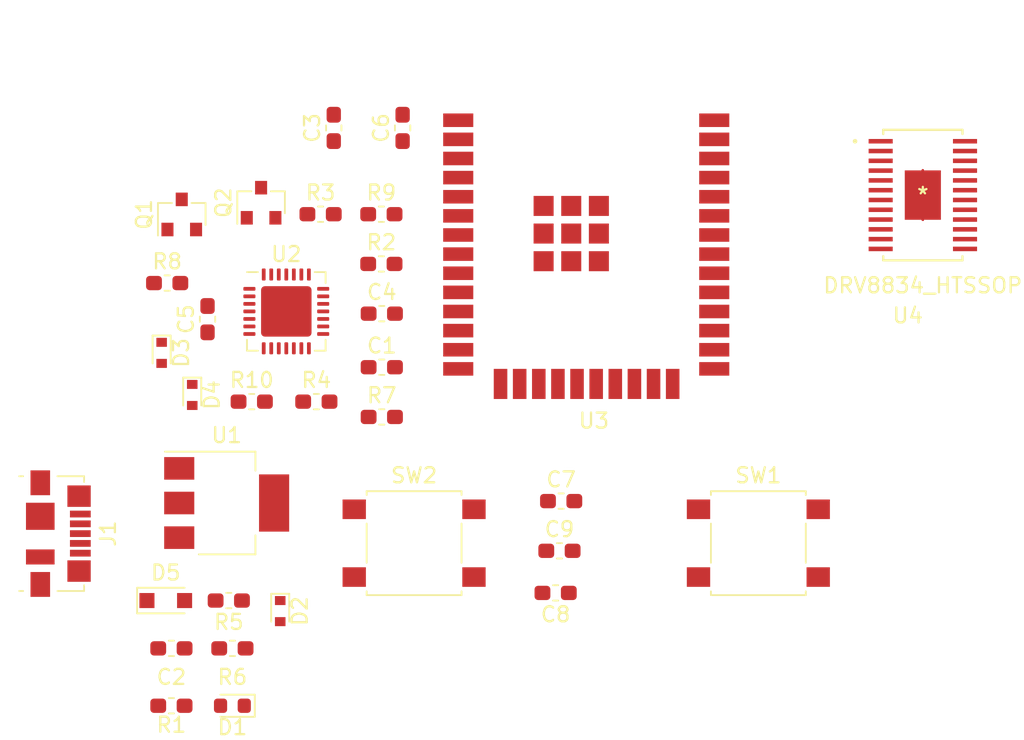
<source format=kicad_pcb>
(kicad_pcb (version 20171130) (host pcbnew "(5.1.5)-3")

  (general
    (thickness 1.6)
    (drawings 0)
    (tracks 0)
    (zones 0)
    (modules 33)
    (nets 92)
  )

  (page A4)
  (layers
    (0 F.Cu signal)
    (31 B.Cu signal)
    (32 B.Adhes user)
    (33 F.Adhes user)
    (34 B.Paste user)
    (35 F.Paste user)
    (36 B.SilkS user)
    (37 F.SilkS user)
    (38 B.Mask user)
    (39 F.Mask user)
    (40 Dwgs.User user hide)
    (41 Cmts.User user)
    (42 Eco1.User user)
    (43 Eco2.User user)
    (44 Edge.Cuts user)
    (45 Margin user)
    (46 B.CrtYd user)
    (47 F.CrtYd user)
    (48 B.Fab user)
    (49 F.Fab user hide)
  )

  (setup
    (last_trace_width 0.25)
    (trace_clearance 0.2)
    (zone_clearance 0.508)
    (zone_45_only no)
    (trace_min 0.2)
    (via_size 0.8)
    (via_drill 0.4)
    (via_min_size 0.4)
    (via_min_drill 0.3)
    (uvia_size 0.3)
    (uvia_drill 0.1)
    (uvias_allowed no)
    (uvia_min_size 0.2)
    (uvia_min_drill 0.1)
    (edge_width 0.05)
    (segment_width 0.2)
    (pcb_text_width 0.3)
    (pcb_text_size 1.5 1.5)
    (mod_edge_width 0.12)
    (mod_text_size 1 1)
    (mod_text_width 0.15)
    (pad_size 1.524 1.524)
    (pad_drill 0.762)
    (pad_to_mask_clearance 0.051)
    (solder_mask_min_width 0.25)
    (aux_axis_origin 0 0)
    (visible_elements FFFFFF7F)
    (pcbplotparams
      (layerselection 0x010fc_ffffffff)
      (usegerberextensions false)
      (usegerberattributes false)
      (usegerberadvancedattributes false)
      (creategerberjobfile false)
      (excludeedgelayer true)
      (linewidth 0.100000)
      (plotframeref false)
      (viasonmask false)
      (mode 1)
      (useauxorigin false)
      (hpglpennumber 1)
      (hpglpenspeed 20)
      (hpglpendiameter 15.000000)
      (psnegative false)
      (psa4output false)
      (plotreference true)
      (plotvalue true)
      (plotinvisibletext false)
      (padsonsilk false)
      (subtractmaskfromsilk false)
      (outputformat 1)
      (mirror false)
      (drillshape 1)
      (scaleselection 1)
      (outputdirectory ""))
  )

  (net 0 "")
  (net 1 GNDREF)
  (net 2 VDD)
  (net 3 +5V)
  (net 4 /EN)
  (net 5 /IO0)
  (net 6 "Net-(D1-Pad2)")
  (net 7 VBUS)
  (net 8 /USB_DP)
  (net 9 /USB_DN)
  (net 10 "Net-(J1-Pad4)")
  (net 11 /RTS)
  (net 12 "Net-(Q1-Pad1)")
  (net 13 /DTR)
  (net 14 "Net-(Q2-Pad1)")
  (net 15 /TXD0)
  (net 16 /RXD)
  (net 17 /RXD0)
  (net 18 /TXD)
  (net 19 "Net-(R4-Pad1)")
  (net 20 "Net-(R5-Pad1)")
  (net 21 "Net-(R7-Pad1)")
  (net 22 /DSR)
  (net 23 /CTS)
  (net 24 "Net-(U2-Pad22)")
  (net 25 "Net-(U2-Pad21)")
  (net 26 "Net-(U2-Pad20)")
  (net 27 "Net-(U2-Pad19)")
  (net 28 "Net-(U2-Pad18)")
  (net 29 "Net-(U2-Pad17)")
  (net 30 "Net-(U2-Pad16)")
  (net 31 "Net-(U2-Pad15)")
  (net 32 "Net-(U2-Pad14)")
  (net 33 "Net-(U2-Pad13)")
  (net 34 "Net-(U2-Pad12)")
  (net 35 "Net-(U2-Pad10)")
  (net 36 /RI)
  (net 37 /DCD)
  (net 38 /IO23)
  (net 39 /IO22)
  (net 40 /IO21)
  (net 41 "Net-(U3-Pad32)")
  (net 42 /IO19)
  (net 43 /IO18)
  (net 44 /IO5)
  (net 45 /IO17)
  (net 46 /IO16)
  (net 47 /IO4)
  (net 48 /IO2)
  (net 49 /IO15)
  (net 50 /IO8)
  (net 51 /IO7)
  (net 52 /IO6)
  (net 53 /IO11)
  (net 54 /IO10)
  (net 55 /IO9)
  (net 56 /IO12)
  (net 57 /IO14)
  (net 58 /IO27)
  (net 59 /IO26)
  (net 60 /IO25)
  (net 61 /IO33)
  (net 62 /IO32)
  (net 63 /IO35)
  (net 64 /IO34)
  (net 65 /IO39)
  (net 66 /IO36)
  (net 67 "Net-(U4-Pad1)")
  (net 68 "Net-(U4-Pad2)")
  (net 69 "Net-(U4-Pad3)")
  (net 70 "Net-(U4-Pad4)")
  (net 71 "Net-(U4-Pad5)")
  (net 72 "Net-(U4-Pad6)")
  (net 73 "Net-(U4-Pad7)")
  (net 74 "Net-(U4-Pad8)")
  (net 75 "Net-(U4-Pad9)")
  (net 76 "Net-(U4-Pad10)")
  (net 77 "Net-(U4-Pad11)")
  (net 78 "Net-(U4-Pad12)")
  (net 79 "Net-(U4-Pad13)")
  (net 80 "Net-(U4-Pad14)")
  (net 81 "Net-(U4-Pad15)")
  (net 82 "Net-(U4-Pad16)")
  (net 83 "Net-(U4-Pad17)")
  (net 84 "Net-(U4-Pad18)")
  (net 85 "Net-(U4-Pad19)")
  (net 86 "Net-(U4-Pad20)")
  (net 87 "Net-(U4-Pad21)")
  (net 88 "Net-(U4-Pad22)")
  (net 89 "Net-(U4-Pad23)")
  (net 90 "Net-(U4-Pad24)")
  (net 91 "Net-(U4-Pad25)")

  (net_class Default "This is the default net class."
    (clearance 0.2)
    (trace_width 0.25)
    (via_dia 0.8)
    (via_drill 0.4)
    (uvia_dia 0.3)
    (uvia_drill 0.1)
    (add_net +5V)
    (add_net /CTS)
    (add_net /DCD)
    (add_net /DSR)
    (add_net /DTR)
    (add_net /EN)
    (add_net /IO0)
    (add_net /IO10)
    (add_net /IO11)
    (add_net /IO12)
    (add_net /IO14)
    (add_net /IO15)
    (add_net /IO16)
    (add_net /IO17)
    (add_net /IO18)
    (add_net /IO19)
    (add_net /IO2)
    (add_net /IO21)
    (add_net /IO22)
    (add_net /IO23)
    (add_net /IO25)
    (add_net /IO26)
    (add_net /IO27)
    (add_net /IO32)
    (add_net /IO33)
    (add_net /IO34)
    (add_net /IO35)
    (add_net /IO36)
    (add_net /IO39)
    (add_net /IO4)
    (add_net /IO5)
    (add_net /IO6)
    (add_net /IO7)
    (add_net /IO8)
    (add_net /IO9)
    (add_net /RI)
    (add_net /RTS)
    (add_net /RXD)
    (add_net /RXD0)
    (add_net /TXD)
    (add_net /TXD0)
    (add_net /USB_DN)
    (add_net /USB_DP)
    (add_net GNDREF)
    (add_net "Net-(D1-Pad2)")
    (add_net "Net-(J1-Pad4)")
    (add_net "Net-(Q1-Pad1)")
    (add_net "Net-(Q2-Pad1)")
    (add_net "Net-(R4-Pad1)")
    (add_net "Net-(R5-Pad1)")
    (add_net "Net-(R7-Pad1)")
    (add_net "Net-(U2-Pad10)")
    (add_net "Net-(U2-Pad12)")
    (add_net "Net-(U2-Pad13)")
    (add_net "Net-(U2-Pad14)")
    (add_net "Net-(U2-Pad15)")
    (add_net "Net-(U2-Pad16)")
    (add_net "Net-(U2-Pad17)")
    (add_net "Net-(U2-Pad18)")
    (add_net "Net-(U2-Pad19)")
    (add_net "Net-(U2-Pad20)")
    (add_net "Net-(U2-Pad21)")
    (add_net "Net-(U2-Pad22)")
    (add_net "Net-(U3-Pad32)")
    (add_net "Net-(U4-Pad1)")
    (add_net "Net-(U4-Pad10)")
    (add_net "Net-(U4-Pad11)")
    (add_net "Net-(U4-Pad12)")
    (add_net "Net-(U4-Pad13)")
    (add_net "Net-(U4-Pad14)")
    (add_net "Net-(U4-Pad15)")
    (add_net "Net-(U4-Pad16)")
    (add_net "Net-(U4-Pad17)")
    (add_net "Net-(U4-Pad18)")
    (add_net "Net-(U4-Pad19)")
    (add_net "Net-(U4-Pad2)")
    (add_net "Net-(U4-Pad20)")
    (add_net "Net-(U4-Pad21)")
    (add_net "Net-(U4-Pad22)")
    (add_net "Net-(U4-Pad23)")
    (add_net "Net-(U4-Pad24)")
    (add_net "Net-(U4-Pad25)")
    (add_net "Net-(U4-Pad3)")
    (add_net "Net-(U4-Pad4)")
    (add_net "Net-(U4-Pad5)")
    (add_net "Net-(U4-Pad6)")
    (add_net "Net-(U4-Pad7)")
    (add_net "Net-(U4-Pad8)")
    (add_net "Net-(U4-Pad9)")
    (add_net VBUS)
    (add_net VDD)
  )

  (module isspointer:DRV8834PWPR (layer F.Cu) (tedit 5E43ADAA) (tstamp 5E44C1EB)
    (at 106.172 39.116)
    (path /5E64424B)
    (fp_text reference U4 (at -1 8) (layer F.SilkS)
      (effects (font (size 1 1) (thickness 0.15)))
    )
    (fp_text value DRV8834_HTSSOP (at 0 6) (layer F.SilkS)
      (effects (font (size 1 1) (thickness 0.15)))
    )
    (fp_text user "Copyright 2016 Accelerated Designs. All rights reserved." (at 0 0) (layer Cmts.User)
      (effects (font (size 0.127 0.127) (thickness 0.002)))
    )
    (fp_text user * (at 0 0) (layer F.SilkS)
      (effects (font (size 1 1) (thickness 0.15)))
    )
    (fp_text user * (at 0 0) (layer F.Fab)
      (effects (font (size 1 1) (thickness 0.15)))
    )
    (fp_line (start -2.631001 4.331) (end 2.631001 4.331) (layer F.SilkS) (width 0.1524))
    (fp_line (start 2.631001 4.331) (end 2.631001 4.057739) (layer F.SilkS) (width 0.1524))
    (fp_line (start 2.631001 -4.331) (end -2.631001 -4.331) (layer F.SilkS) (width 0.1524))
    (fp_line (start -2.631001 -4.331) (end -2.631001 -4.057739) (layer F.SilkS) (width 0.1524))
    (fp_line (start -2.250001 3.95) (end 2.250001 3.95) (layer F.Fab) (width 0.1524))
    (fp_line (start 2.250001 3.95) (end 2.250001 -3.95) (layer F.Fab) (width 0.1524))
    (fp_line (start 2.250001 -3.95) (end -2.250001 -3.95) (layer F.Fab) (width 0.1524))
    (fp_line (start -2.250001 -3.95) (end -2.250001 3.95) (layer F.Fab) (width 0.1524))
    (fp_line (start -2.631001 4.057739) (end -2.631001 4.331) (layer F.SilkS) (width 0.1524))
    (fp_line (start 2.631001 -4.057739) (end 2.631001 -4.331) (layer F.SilkS) (width 0.1524))
    (fp_line (start -3.6 -3.725001) (end -3.6 -3.424999) (layer F.Paste) (width 0.1524))
    (fp_line (start -3.6 -3.424999) (end -1.999999 -3.424999) (layer F.Paste) (width 0.1524))
    (fp_line (start -1.999999 -3.424999) (end -1.999999 -3.725001) (layer F.Paste) (width 0.1524))
    (fp_line (start -1.999999 -3.725001) (end -3.6 -3.725001) (layer F.Paste) (width 0.1524))
    (fp_line (start -3.6 -3.075) (end -3.6 -2.775001) (layer F.Paste) (width 0.1524))
    (fp_line (start -3.6 -2.775001) (end -1.999999 -2.775001) (layer F.Paste) (width 0.1524))
    (fp_line (start -1.999999 -2.775001) (end -1.999999 -3.075) (layer F.Paste) (width 0.1524))
    (fp_line (start -1.999999 -3.075) (end -3.6 -3.075) (layer F.Paste) (width 0.1524))
    (fp_line (start -3.6 -2.425002) (end -3.6 -2.125) (layer F.Paste) (width 0.1524))
    (fp_line (start -3.6 -2.125) (end -1.999999 -2.125) (layer F.Paste) (width 0.1524))
    (fp_line (start -1.999999 -2.125) (end -1.999999 -2.425002) (layer F.Paste) (width 0.1524))
    (fp_line (start -1.999999 -2.425002) (end -3.6 -2.425002) (layer F.Paste) (width 0.1524))
    (fp_line (start -3.6 -1.775) (end -3.6 -1.475001) (layer F.Paste) (width 0.1524))
    (fp_line (start -3.6 -1.475001) (end -1.999999 -1.475001) (layer F.Paste) (width 0.1524))
    (fp_line (start -1.999999 -1.475001) (end -1.999999 -1.775) (layer F.Paste) (width 0.1524))
    (fp_line (start -1.999999 -1.775) (end -3.6 -1.775) (layer F.Paste) (width 0.1524))
    (fp_line (start -3.6 -1.125002) (end -3.6 -0.825) (layer F.Paste) (width 0.1524))
    (fp_line (start -3.6 -0.825) (end -1.999999 -0.825) (layer F.Paste) (width 0.1524))
    (fp_line (start -1.999999 -0.825) (end -1.999999 -1.125002) (layer F.Paste) (width 0.1524))
    (fp_line (start -1.999999 -1.125002) (end -3.6 -1.125002) (layer F.Paste) (width 0.1524))
    (fp_line (start -3.6 -0.475) (end -3.6 -0.175001) (layer F.Paste) (width 0.1524))
    (fp_line (start -3.6 -0.175001) (end -1.999999 -0.175001) (layer F.Paste) (width 0.1524))
    (fp_line (start -1.999999 -0.175001) (end -1.999999 -0.475) (layer F.Paste) (width 0.1524))
    (fp_line (start -1.999999 -0.475) (end -3.6 -0.475) (layer F.Paste) (width 0.1524))
    (fp_line (start -3.6 0.174998) (end -3.6 0.475) (layer F.Paste) (width 0.1524))
    (fp_line (start -3.6 0.475) (end -1.999999 0.475) (layer F.Paste) (width 0.1524))
    (fp_line (start -1.999999 0.475) (end -1.999999 0.174998) (layer F.Paste) (width 0.1524))
    (fp_line (start -1.999999 0.174998) (end -3.6 0.174998) (layer F.Paste) (width 0.1524))
    (fp_line (start -3.6 0.825) (end -3.6 1.124999) (layer F.Paste) (width 0.1524))
    (fp_line (start -3.6 1.124999) (end -1.999999 1.124999) (layer F.Paste) (width 0.1524))
    (fp_line (start -1.999999 1.124999) (end -1.999999 0.825) (layer F.Paste) (width 0.1524))
    (fp_line (start -1.999999 0.825) (end -3.6 0.825) (layer F.Paste) (width 0.1524))
    (fp_line (start -3.6 1.474998) (end -3.6 1.775) (layer F.Paste) (width 0.1524))
    (fp_line (start -3.6 1.775) (end -1.999999 1.775) (layer F.Paste) (width 0.1524))
    (fp_line (start -1.999999 1.775) (end -1.999999 1.474998) (layer F.Paste) (width 0.1524))
    (fp_line (start -1.999999 1.474998) (end -3.6 1.474998) (layer F.Paste) (width 0.1524))
    (fp_line (start -3.6 2.125) (end -3.6 2.424999) (layer F.Paste) (width 0.1524))
    (fp_line (start -3.6 2.424999) (end -1.999999 2.424999) (layer F.Paste) (width 0.1524))
    (fp_line (start -1.999999 2.424999) (end -1.999999 2.125) (layer F.Paste) (width 0.1524))
    (fp_line (start -1.999999 2.125) (end -3.6 2.125) (layer F.Paste) (width 0.1524))
    (fp_line (start -3.6 2.774998) (end -3.6 3.075) (layer F.Paste) (width 0.1524))
    (fp_line (start -3.6 3.075) (end -1.999999 3.075) (layer F.Paste) (width 0.1524))
    (fp_line (start -1.999999 3.075) (end -1.999999 2.774998) (layer F.Paste) (width 0.1524))
    (fp_line (start -1.999999 2.774998) (end -3.6 2.774998) (layer F.Paste) (width 0.1524))
    (fp_line (start -3.6 3.424999) (end -3.6 3.724999) (layer F.Paste) (width 0.1524))
    (fp_line (start -3.6 3.724999) (end -1.999999 3.724999) (layer F.Paste) (width 0.1524))
    (fp_line (start -1.999999 3.724999) (end -1.999999 3.424999) (layer F.Paste) (width 0.1524))
    (fp_line (start -1.999999 3.424999) (end -3.6 3.424999) (layer F.Paste) (width 0.1524))
    (fp_line (start 1.999999 3.424999) (end 1.999999 3.725001) (layer F.Paste) (width 0.1524))
    (fp_line (start 1.999999 3.725001) (end 3.6 3.725001) (layer F.Paste) (width 0.1524))
    (fp_line (start 3.6 3.725001) (end 3.6 3.424999) (layer F.Paste) (width 0.1524))
    (fp_line (start 3.6 3.424999) (end 1.999999 3.424999) (layer F.Paste) (width 0.1524))
    (fp_line (start 1.999999 2.775001) (end 1.999999 3.075) (layer F.Paste) (width 0.1524))
    (fp_line (start 1.999999 3.075) (end 3.6 3.075) (layer F.Paste) (width 0.1524))
    (fp_line (start 3.6 3.075) (end 3.6 2.775001) (layer F.Paste) (width 0.1524))
    (fp_line (start 3.6 2.775001) (end 1.999999 2.775001) (layer F.Paste) (width 0.1524))
    (fp_line (start 1.999999 2.125) (end 1.999999 2.425002) (layer F.Paste) (width 0.1524))
    (fp_line (start 1.999999 2.425002) (end 3.6 2.425002) (layer F.Paste) (width 0.1524))
    (fp_line (start 3.6 2.425002) (end 3.6 2.125) (layer F.Paste) (width 0.1524))
    (fp_line (start 3.6 2.125) (end 1.999999 2.125) (layer F.Paste) (width 0.1524))
    (fp_line (start 1.999999 1.475001) (end 1.999999 1.775) (layer F.Paste) (width 0.1524))
    (fp_line (start 1.999999 1.775) (end 3.6 1.775) (layer F.Paste) (width 0.1524))
    (fp_line (start 3.6 1.775) (end 3.6 1.475001) (layer F.Paste) (width 0.1524))
    (fp_line (start 3.6 1.475001) (end 1.999999 1.475001) (layer F.Paste) (width 0.1524))
    (fp_line (start 1.999999 0.825) (end 1.999999 1.125002) (layer F.Paste) (width 0.1524))
    (fp_line (start 1.999999 1.125002) (end 3.6 1.125002) (layer F.Paste) (width 0.1524))
    (fp_line (start 3.6 1.125002) (end 3.6 0.825) (layer F.Paste) (width 0.1524))
    (fp_line (start 3.6 0.825) (end 1.999999 0.825) (layer F.Paste) (width 0.1524))
    (fp_line (start 1.999999 0.175001) (end 1.999999 0.475) (layer F.Paste) (width 0.1524))
    (fp_line (start 1.999999 0.475) (end 3.6 0.475) (layer F.Paste) (width 0.1524))
    (fp_line (start 3.6 0.475) (end 3.6 0.175001) (layer F.Paste) (width 0.1524))
    (fp_line (start 3.6 0.175001) (end 1.999999 0.175001) (layer F.Paste) (width 0.1524))
    (fp_line (start 1.999999 -0.475) (end 1.999999 -0.174998) (layer F.Paste) (width 0.1524))
    (fp_line (start 1.999999 -0.174998) (end 3.6 -0.174998) (layer F.Paste) (width 0.1524))
    (fp_line (start 3.6 -0.174998) (end 3.6 -0.475) (layer F.Paste) (width 0.1524))
    (fp_line (start 3.6 -0.475) (end 1.999999 -0.475) (layer F.Paste) (width 0.1524))
    (fp_line (start 1.999999 -1.124999) (end 1.999999 -0.825) (layer F.Paste) (width 0.1524))
    (fp_line (start 1.999999 -0.825) (end 3.6 -0.825) (layer F.Paste) (width 0.1524))
    (fp_line (start 3.6 -0.825) (end 3.6 -1.124999) (layer F.Paste) (width 0.1524))
    (fp_line (start 3.6 -1.124999) (end 1.999999 -1.124999) (layer F.Paste) (width 0.1524))
    (fp_line (start 1.999999 -1.775) (end 1.999999 -1.474998) (layer F.Paste) (width 0.1524))
    (fp_line (start 1.999999 -1.474998) (end 3.6 -1.474998) (layer F.Paste) (width 0.1524))
    (fp_line (start 3.6 -1.474998) (end 3.6 -1.775) (layer F.Paste) (width 0.1524))
    (fp_line (start 3.6 -1.775) (end 1.999999 -1.775) (layer F.Paste) (width 0.1524))
    (fp_line (start 1.999999 -2.424999) (end 1.999999 -2.125) (layer F.Paste) (width 0.1524))
    (fp_line (start 1.999999 -2.125) (end 3.6 -2.125) (layer F.Paste) (width 0.1524))
    (fp_line (start 3.6 -2.125) (end 3.6 -2.424999) (layer F.Paste) (width 0.1524))
    (fp_line (start 3.6 -2.424999) (end 1.999999 -2.424999) (layer F.Paste) (width 0.1524))
    (fp_line (start 1.999999 -3.075) (end 1.999999 -2.774998) (layer F.Paste) (width 0.1524))
    (fp_line (start 1.999999 -2.774998) (end 3.6 -2.774998) (layer F.Paste) (width 0.1524))
    (fp_line (start 3.6 -2.774998) (end 3.6 -3.075) (layer F.Paste) (width 0.1524))
    (fp_line (start 3.6 -3.075) (end 1.999999 -3.075) (layer F.Paste) (width 0.1524))
    (fp_line (start 1.999999 -3.724999) (end 1.999999 -3.424999) (layer F.Paste) (width 0.1524))
    (fp_line (start 1.999999 -3.424999) (end 3.6 -3.424999) (layer F.Paste) (width 0.1524))
    (fp_line (start 3.6 -3.424999) (end 3.6 -3.724999) (layer F.Paste) (width 0.1524))
    (fp_line (start 3.6 -3.724999) (end 1.999999 -3.724999) (layer F.Paste) (width 0.1524))
    (fp_line (start -3.6 -3.725001) (end -3.6 -3.424999) (layer F.Mask) (width 0.1524))
    (fp_line (start -3.6 -3.424999) (end -1.999999 -3.424999) (layer F.Mask) (width 0.1524))
    (fp_line (start -1.999999 -3.424999) (end -1.999999 -3.725001) (layer F.Mask) (width 0.1524))
    (fp_line (start -1.999999 -3.725001) (end -3.6 -3.725001) (layer F.Mask) (width 0.1524))
    (fp_line (start -3.6 -3.075) (end -3.6 -2.775001) (layer F.Mask) (width 0.1524))
    (fp_line (start -3.6 -2.775001) (end -1.999999 -2.775001) (layer F.Mask) (width 0.1524))
    (fp_line (start -1.999999 -2.775001) (end -1.999999 -3.075) (layer F.Mask) (width 0.1524))
    (fp_line (start -1.999999 -3.075) (end -3.6 -3.075) (layer F.Mask) (width 0.1524))
    (fp_line (start -3.6 -2.425002) (end -3.6 -2.125) (layer F.Mask) (width 0.1524))
    (fp_line (start -3.6 -2.125) (end -1.999999 -2.125) (layer F.Mask) (width 0.1524))
    (fp_line (start -1.999999 -2.125) (end -1.999999 -2.425002) (layer F.Mask) (width 0.1524))
    (fp_line (start -1.999999 -2.425002) (end -3.6 -2.425002) (layer F.Mask) (width 0.1524))
    (fp_line (start -3.6 -1.775) (end -3.6 -1.475001) (layer F.Mask) (width 0.1524))
    (fp_line (start -3.6 -1.475001) (end -1.999999 -1.475001) (layer F.Mask) (width 0.1524))
    (fp_line (start -1.999999 -1.475001) (end -1.999999 -1.775) (layer F.Mask) (width 0.1524))
    (fp_line (start -1.999999 -1.775) (end -3.6 -1.775) (layer F.Mask) (width 0.1524))
    (fp_line (start -3.6 -1.125002) (end -3.6 -0.825) (layer F.Mask) (width 0.1524))
    (fp_line (start -3.6 -0.825) (end -1.999999 -0.825) (layer F.Mask) (width 0.1524))
    (fp_line (start -1.999999 -0.825) (end -1.999999 -1.125002) (layer F.Mask) (width 0.1524))
    (fp_line (start -1.999999 -1.125002) (end -3.6 -1.125002) (layer F.Mask) (width 0.1524))
    (fp_line (start -3.6 -0.475) (end -3.6 -0.175001) (layer F.Mask) (width 0.1524))
    (fp_line (start -3.6 -0.175001) (end -1.999999 -0.175001) (layer F.Mask) (width 0.1524))
    (fp_line (start -1.999999 -0.175001) (end -1.999999 -0.475) (layer F.Mask) (width 0.1524))
    (fp_line (start -1.999999 -0.475) (end -3.6 -0.475) (layer F.Mask) (width 0.1524))
    (fp_line (start -3.6 0.174998) (end -3.6 0.475) (layer F.Mask) (width 0.1524))
    (fp_line (start -3.6 0.475) (end -1.999999 0.475) (layer F.Mask) (width 0.1524))
    (fp_line (start -1.999999 0.475) (end -1.999999 0.174998) (layer F.Mask) (width 0.1524))
    (fp_line (start -1.999999 0.174998) (end -3.6 0.174998) (layer F.Mask) (width 0.1524))
    (fp_line (start -3.6 0.825) (end -3.6 1.124999) (layer F.Mask) (width 0.1524))
    (fp_line (start -3.6 1.124999) (end -1.999999 1.124999) (layer F.Mask) (width 0.1524))
    (fp_line (start -1.999999 1.124999) (end -1.999999 0.825) (layer F.Mask) (width 0.1524))
    (fp_line (start -1.999999 0.825) (end -3.6 0.825) (layer F.Mask) (width 0.1524))
    (fp_line (start -3.6 1.474998) (end -3.6 1.775) (layer F.Mask) (width 0.1524))
    (fp_line (start -3.6 1.775) (end -1.999999 1.775) (layer F.Mask) (width 0.1524))
    (fp_line (start -1.999999 1.775) (end -1.999999 1.474998) (layer F.Mask) (width 0.1524))
    (fp_line (start -1.999999 1.474998) (end -3.6 1.474998) (layer F.Mask) (width 0.1524))
    (fp_line (start -3.6 2.125) (end -3.6 2.424999) (layer F.Mask) (width 0.1524))
    (fp_line (start -3.6 2.424999) (end -1.999999 2.424999) (layer F.Mask) (width 0.1524))
    (fp_line (start -1.999999 2.424999) (end -1.999999 2.125) (layer F.Mask) (width 0.1524))
    (fp_line (start -1.999999 2.125) (end -3.6 2.125) (layer F.Mask) (width 0.1524))
    (fp_line (start -3.6 2.774998) (end -3.6 3.075) (layer F.Mask) (width 0.1524))
    (fp_line (start -3.6 3.075) (end -1.999999 3.075) (layer F.Mask) (width 0.1524))
    (fp_line (start -1.999999 3.075) (end -1.999999 2.774998) (layer F.Mask) (width 0.1524))
    (fp_line (start -1.999999 2.774998) (end -3.6 2.774998) (layer F.Mask) (width 0.1524))
    (fp_line (start -3.6 3.424999) (end -3.6 3.724999) (layer F.Mask) (width 0.1524))
    (fp_line (start -3.6 3.724999) (end -1.999999 3.724999) (layer F.Mask) (width 0.1524))
    (fp_line (start -1.999999 3.724999) (end -1.999999 3.424999) (layer F.Mask) (width 0.1524))
    (fp_line (start -1.999999 3.424999) (end -3.6 3.424999) (layer F.Mask) (width 0.1524))
    (fp_line (start 1.999999 3.424999) (end 1.999999 3.725001) (layer F.Mask) (width 0.1524))
    (fp_line (start 1.999999 3.725001) (end 3.6 3.725001) (layer F.Mask) (width 0.1524))
    (fp_line (start 3.6 3.725001) (end 3.6 3.424999) (layer F.Mask) (width 0.1524))
    (fp_line (start 3.6 3.424999) (end 1.999999 3.424999) (layer F.Mask) (width 0.1524))
    (fp_line (start 1.999999 2.775001) (end 1.999999 3.075) (layer F.Mask) (width 0.1524))
    (fp_line (start 1.999999 3.075) (end 3.6 3.075) (layer F.Mask) (width 0.1524))
    (fp_line (start 3.6 3.075) (end 3.6 2.775001) (layer F.Mask) (width 0.1524))
    (fp_line (start 3.6 2.775001) (end 1.999999 2.775001) (layer F.Mask) (width 0.1524))
    (fp_line (start 1.999999 2.125) (end 1.999999 2.425002) (layer F.Mask) (width 0.1524))
    (fp_line (start 1.999999 2.425002) (end 3.6 2.425002) (layer F.Mask) (width 0.1524))
    (fp_line (start 3.6 2.425002) (end 3.6 2.125) (layer F.Mask) (width 0.1524))
    (fp_line (start 3.6 2.125) (end 1.999999 2.125) (layer F.Mask) (width 0.1524))
    (fp_line (start 1.999999 1.475001) (end 1.999999 1.775) (layer F.Mask) (width 0.1524))
    (fp_line (start 1.999999 1.775) (end 3.6 1.775) (layer F.Mask) (width 0.1524))
    (fp_line (start 3.6 1.775) (end 3.6 1.475001) (layer F.Mask) (width 0.1524))
    (fp_line (start 3.6 1.475001) (end 1.999999 1.475001) (layer F.Mask) (width 0.1524))
    (fp_line (start 1.999999 0.825) (end 1.999999 1.125002) (layer F.Mask) (width 0.1524))
    (fp_line (start 1.999999 1.125002) (end 3.6 1.125002) (layer F.Mask) (width 0.1524))
    (fp_line (start 3.6 1.125002) (end 3.6 0.825) (layer F.Mask) (width 0.1524))
    (fp_line (start 3.6 0.825) (end 1.999999 0.825) (layer F.Mask) (width 0.1524))
    (fp_line (start 1.999999 0.175001) (end 1.999999 0.475) (layer F.Mask) (width 0.1524))
    (fp_line (start 1.999999 0.475) (end 3.6 0.475) (layer F.Mask) (width 0.1524))
    (fp_line (start 3.6 0.475) (end 3.6 0.175001) (layer F.Mask) (width 0.1524))
    (fp_line (start 3.6 0.175001) (end 1.999999 0.175001) (layer F.Mask) (width 0.1524))
    (fp_line (start 1.999999 -0.475) (end 1.999999 -0.174998) (layer F.Mask) (width 0.1524))
    (fp_line (start 1.999999 -0.174998) (end 3.6 -0.174998) (layer F.Mask) (width 0.1524))
    (fp_line (start 3.6 -0.174998) (end 3.6 -0.475) (layer F.Mask) (width 0.1524))
    (fp_line (start 3.6 -0.475) (end 1.999999 -0.475) (layer F.Mask) (width 0.1524))
    (fp_line (start 1.999999 -1.124999) (end 1.999999 -0.825) (layer F.Mask) (width 0.1524))
    (fp_line (start 1.999999 -0.825) (end 3.6 -0.825) (layer F.Mask) (width 0.1524))
    (fp_line (start 3.6 -0.825) (end 3.6 -1.124999) (layer F.Mask) (width 0.1524))
    (fp_line (start 3.6 -1.124999) (end 1.999999 -1.124999) (layer F.Mask) (width 0.1524))
    (fp_line (start 1.999999 -1.775) (end 1.999999 -1.474998) (layer F.Mask) (width 0.1524))
    (fp_line (start 1.999999 -1.474998) (end 3.6 -1.474998) (layer F.Mask) (width 0.1524))
    (fp_line (start 3.6 -1.474998) (end 3.6 -1.775) (layer F.Mask) (width 0.1524))
    (fp_line (start 3.6 -1.775) (end 1.999999 -1.775) (layer F.Mask) (width 0.1524))
    (fp_line (start 1.999999 -2.424999) (end 1.999999 -2.125) (layer F.Mask) (width 0.1524))
    (fp_line (start 1.999999 -2.125) (end 3.6 -2.125) (layer F.Mask) (width 0.1524))
    (fp_line (start 3.6 -2.125) (end 3.6 -2.424999) (layer F.Mask) (width 0.1524))
    (fp_line (start 3.6 -2.424999) (end 1.999999 -2.424999) (layer F.Mask) (width 0.1524))
    (fp_line (start 1.999999 -3.075) (end 1.999999 -2.774998) (layer F.Mask) (width 0.1524))
    (fp_line (start 1.999999 -2.774998) (end 3.6 -2.774998) (layer F.Mask) (width 0.1524))
    (fp_line (start 3.6 -2.774998) (end 3.6 -3.075) (layer F.Mask) (width 0.1524))
    (fp_line (start 3.6 -3.075) (end 1.999999 -3.075) (layer F.Mask) (width 0.1524))
    (fp_line (start 1.999999 -3.724999) (end 1.999999 -3.424999) (layer F.Mask) (width 0.1524))
    (fp_line (start 1.999999 -3.424999) (end 3.6 -3.424999) (layer F.Mask) (width 0.1524))
    (fp_line (start 3.6 -3.424999) (end 3.6 -3.724999) (layer F.Mask) (width 0.1524))
    (fp_line (start 3.6 -3.724999) (end 1.999999 -3.724999) (layer F.Mask) (width 0.1524))
    (fp_line (start -1.1 -1.540001) (end -1.1 -0.1) (layer F.Paste) (width 0.1524))
    (fp_line (start -1.1 -0.1) (end 1.1 -0.1) (layer F.Paste) (width 0.1524))
    (fp_line (start 1.1 -0.1) (end 1.1 -1.540001) (layer F.Paste) (width 0.1524))
    (fp_line (start 1.1 -1.540001) (end -1.1 -1.540001) (layer F.Paste) (width 0.1524))
    (fp_line (start -1.1 0.1) (end -1.1 1.540001) (layer F.Paste) (width 0.1524))
    (fp_line (start -1.1 1.540001) (end 1.1 1.540001) (layer F.Paste) (width 0.1524))
    (fp_line (start 1.1 1.540001) (end 1.1 0.1) (layer F.Paste) (width 0.1524))
    (fp_line (start 1.1 0.1) (end -1.1 0.1) (layer F.Paste) (width 0.1524))
    (fp_line (start 0 -1.64) (end 0 -1.64) (layer F.Cu) (width 0.1524))
    (fp_line (start 0 -1.64) (end 0 -1.64) (layer F.Cu) (width 0.1524))
    (fp_line (start 0 -1.64) (end 0 -1.64) (layer F.Cu) (width 0.1524))
    (fp_line (start 0 -1.64) (end 0 -1.64) (layer F.Cu) (width 0.1524))
    (fp_line (start 0 -1.64) (end 0 -1.64) (layer F.Cu) (width 0.1524))
    (fp_line (start 0 -1.64) (end 0 -1.64) (layer F.Cu) (width 0.1524))
    (fp_line (start 0 -1.64) (end 0 -1.64) (layer F.Cu) (width 0.1524))
    (fp_line (start 0 -1.64) (end 0 -1.64) (layer F.Cu) (width 0.1524))
    (fp_line (start 0 1.64) (end 0 1.64) (layer F.Cu) (width 0.1524))
    (fp_line (start 0 1.64) (end 0 1.64) (layer F.Cu) (width 0.1524))
    (fp_line (start 0 1.64) (end 0 1.64) (layer F.Cu) (width 0.1524))
    (fp_line (start 0 1.64) (end 0 1.64) (layer F.Cu) (width 0.1524))
    (fp_line (start 0 1.64) (end 0 1.64) (layer F.Cu) (width 0.1524))
    (fp_line (start 0 1.64) (end 0 1.64) (layer F.Cu) (width 0.1524))
    (fp_line (start 0 1.64) (end 0 1.64) (layer F.Cu) (width 0.1524))
    (fp_line (start 0 1.64) (end 0 1.64) (layer F.Cu) (width 0.1524))
    (fp_line (start 0 -1.64) (end 0 -1.64) (layer F.Mask) (width 0.1524))
    (fp_line (start 0 -1.64) (end 0 -1.64) (layer F.Mask) (width 0.1524))
    (fp_line (start 0 -1.64) (end 0 -1.64) (layer F.Mask) (width 0.1524))
    (fp_line (start 0 -1.64) (end 0 -1.64) (layer F.Mask) (width 0.1524))
    (fp_line (start 0 -1.64) (end 0 -1.64) (layer F.Mask) (width 0.1524))
    (fp_line (start 0 -1.64) (end 0 -1.64) (layer F.Mask) (width 0.1524))
    (fp_line (start 0 -1.64) (end 0 -1.64) (layer F.Mask) (width 0.1524))
    (fp_line (start 0 -1.64) (end 0 -1.64) (layer F.Mask) (width 0.1524))
    (fp_line (start 0 1.64) (end 0 1.64) (layer F.Mask) (width 0.1524))
    (fp_line (start 0 1.64) (end 0 1.64) (layer F.Mask) (width 0.1524))
    (fp_line (start 0 1.64) (end 0 1.64) (layer F.Mask) (width 0.1524))
    (fp_line (start 0 1.64) (end 0 1.64) (layer F.Mask) (width 0.1524))
    (fp_line (start 0 1.64) (end 0 1.64) (layer F.Mask) (width 0.1524))
    (fp_line (start 0 1.64) (end 0 1.64) (layer F.Mask) (width 0.1524))
    (fp_line (start 0 1.64) (end 0 1.64) (layer F.Mask) (width 0.1524))
    (fp_line (start 0 1.64) (end 0 1.64) (layer F.Mask) (width 0.1524))
    (fp_line (start -3.853999 3.9508) (end -3.853999 -3.9508) (layer F.CrtYd) (width 0.1524))
    (fp_line (start -3.853999 -3.9508) (end -2.504001 -3.9508) (layer F.CrtYd) (width 0.1524))
    (fp_line (start -2.504001 -3.9508) (end -2.504001 -4.204) (layer F.CrtYd) (width 0.1524))
    (fp_line (start -2.504001 -4.204) (end 2.504001 -4.204) (layer F.CrtYd) (width 0.1524))
    (fp_line (start 2.504001 -4.204) (end 2.504001 -3.9508) (layer F.CrtYd) (width 0.1524))
    (fp_line (start 2.504001 -3.9508) (end 3.853999 -3.9508) (layer F.CrtYd) (width 0.1524))
    (fp_line (start 3.853999 -3.9508) (end 3.853999 3.9508) (layer F.CrtYd) (width 0.1524))
    (fp_line (start 3.853999 3.9508) (end 2.504001 3.9508) (layer F.CrtYd) (width 0.1524))
    (fp_line (start 2.504001 3.9508) (end 2.504001 4.204) (layer F.CrtYd) (width 0.1524))
    (fp_line (start 2.504001 4.204) (end -2.504001 4.204) (layer F.CrtYd) (width 0.1524))
    (fp_line (start -2.504001 4.204) (end -2.504001 3.9508) (layer F.CrtYd) (width 0.1524))
    (fp_line (start -2.504001 3.9508) (end -3.853999 3.9508) (layer F.CrtYd) (width 0.1524))
    (fp_arc (start 0 -3.95) (end 0.3048 -3.95) (angle 180) (layer F.Fab) (width 0.1524))
    (fp_circle (center -4.5016 -3.575) (end -4.4254 -3.575) (layer F.SilkS) (width 0.1524))
    (fp_circle (center -1.999999 -3.575) (end -1.923799 -3.575) (layer F.Fab) (width 0.1524))
    (pad 1 smd rect (at -2.799999 -3.574999) (size 1.6 0.3) (layers F.Cu F.Paste F.Mask)
      (net 67 "Net-(U4-Pad1)"))
    (pad 2 smd rect (at -2.799999 -2.925) (size 1.6 0.3) (layers F.Cu F.Paste F.Mask)
      (net 68 "Net-(U4-Pad2)"))
    (pad 3 smd rect (at -2.799999 -2.275002) (size 1.6 0.3) (layers F.Cu F.Paste F.Mask)
      (net 69 "Net-(U4-Pad3)"))
    (pad 4 smd rect (at -2.799999 -1.625001) (size 1.6 0.3) (layers F.Cu F.Paste F.Mask)
      (net 70 "Net-(U4-Pad4)"))
    (pad 5 smd rect (at -2.799999 -0.975002) (size 1.6 0.3) (layers F.Cu F.Paste F.Mask)
      (net 71 "Net-(U4-Pad5)"))
    (pad 6 smd rect (at -2.799999 -0.325001) (size 1.6 0.3) (layers F.Cu F.Paste F.Mask)
      (net 72 "Net-(U4-Pad6)"))
    (pad 7 smd rect (at -2.799999 0.324998) (size 1.6 0.3) (layers F.Cu F.Paste F.Mask)
      (net 73 "Net-(U4-Pad7)"))
    (pad 8 smd rect (at -2.799999 0.974999) (size 1.6 0.3) (layers F.Cu F.Paste F.Mask)
      (net 74 "Net-(U4-Pad8)"))
    (pad 9 smd rect (at -2.799999 1.624998) (size 1.6 0.3) (layers F.Cu F.Paste F.Mask)
      (net 75 "Net-(U4-Pad9)"))
    (pad 10 smd rect (at -2.799999 2.274999) (size 1.6 0.3) (layers F.Cu F.Paste F.Mask)
      (net 76 "Net-(U4-Pad10)"))
    (pad 11 smd rect (at -2.799999 2.924998) (size 1.6 0.3) (layers F.Cu F.Paste F.Mask)
      (net 77 "Net-(U4-Pad11)"))
    (pad 12 smd rect (at -2.799999 3.574999) (size 1.6 0.3) (layers F.Cu F.Paste F.Mask)
      (net 78 "Net-(U4-Pad12)"))
    (pad 13 smd rect (at 2.799999 3.574999) (size 1.6 0.3) (layers F.Cu F.Paste F.Mask)
      (net 79 "Net-(U4-Pad13)"))
    (pad 14 smd rect (at 2.799999 2.925) (size 1.6 0.3) (layers F.Cu F.Paste F.Mask)
      (net 80 "Net-(U4-Pad14)"))
    (pad 15 smd rect (at 2.799999 2.274999) (size 1.6 0.3) (layers F.Cu F.Paste F.Mask)
      (net 81 "Net-(U4-Pad15)"))
    (pad 16 smd rect (at 2.799999 1.625001) (size 1.6 0.3) (layers F.Cu F.Paste F.Mask)
      (net 82 "Net-(U4-Pad16)"))
    (pad 17 smd rect (at 2.799999 0.974999) (size 1.6 0.3) (layers F.Cu F.Paste F.Mask)
      (net 83 "Net-(U4-Pad17)"))
    (pad 18 smd rect (at 2.799999 0.325001) (size 1.6 0.3) (layers F.Cu F.Paste F.Mask)
      (net 84 "Net-(U4-Pad18)"))
    (pad 19 smd rect (at 2.799999 -0.324998) (size 1.6 0.3) (layers F.Cu F.Paste F.Mask)
      (net 85 "Net-(U4-Pad19)"))
    (pad 20 smd rect (at 2.799999 -0.974999) (size 1.6 0.3) (layers F.Cu F.Paste F.Mask)
      (net 86 "Net-(U4-Pad20)"))
    (pad 21 smd rect (at 2.799999 -1.624998) (size 1.6 0.3) (layers F.Cu F.Paste F.Mask)
      (net 87 "Net-(U4-Pad21)"))
    (pad 22 smd rect (at 2.799999 -2.274999) (size 1.6 0.3) (layers F.Cu F.Paste F.Mask)
      (net 88 "Net-(U4-Pad22)"))
    (pad 23 smd rect (at 2.799999 -2.924998) (size 1.6 0.3) (layers F.Cu F.Paste F.Mask)
      (net 89 "Net-(U4-Pad23)"))
    (pad 24 smd rect (at 2.799999 -3.574999) (size 1.6 0.3) (layers F.Cu F.Paste F.Mask)
      (net 90 "Net-(U4-Pad24)"))
    (pad 25 smd rect (at 0 0) (size 2.4 3.280001) (layers F.Cu F.Paste F.Mask)
      (net 91 "Net-(U4-Pad25)"))
  )

  (module isspointer:ESP32-WROOM-32D (layer F.Cu) (tedit 5E428872) (tstamp 5E44C0CA)
    (at 83.82 41.656)
    (path /5E42CC94)
    (attr smd)
    (fp_text reference U3 (at 0.508 12.446) (layer F.SilkS)
      (effects (font (size 1 1) (thickness 0.15)))
    )
    (fp_text value esp32-WROOM-32D (at -3.81 12.7) (layer F.Fab)
      (effects (font (size 1 1) (thickness 0.15)))
    )
    (fp_poly (pts (xy 9 -8.75) (xy -9 -8.75) (xy -9 -15) (xy 9 -15)) (layer F.CrtYd) (width 0.1))
    (fp_line (start -9 -8.7) (end 9 -8.7) (layer F.Fab) (width 0.12))
    (fp_line (start -9 -15) (end -9 10.5) (layer F.Fab) (width 0.12))
    (fp_line (start -9 10.5) (end 9 10.5) (layer F.Fab) (width 0.12))
    (fp_line (start 9 10.5) (end 9 -15) (layer F.Fab) (width 0.12))
    (fp_line (start 9 -15) (end -9 -15) (layer F.Fab) (width 0.12))
    (pad 1 smd rect (at 0.84 -1.82) (size 1.33 1.33) (layers F.Cu F.Paste F.Mask)
      (net 1 GNDREF))
    (pad 1 smd rect (at -0.995 -1.82) (size 1.33 1.33) (layers F.Cu F.Paste F.Mask)
      (net 1 GNDREF))
    (pad 1 smd rect (at -2.83 -1.82) (size 1.33 1.33) (layers F.Cu F.Paste F.Mask)
      (net 1 GNDREF))
    (pad 1 smd rect (at 0.84 0.015) (size 1.33 1.33) (layers F.Cu F.Paste F.Mask)
      (net 1 GNDREF))
    (pad 1 smd rect (at -0.995 0.015) (size 1.33 1.33) (layers F.Cu F.Paste F.Mask)
      (net 1 GNDREF))
    (pad 1 smd rect (at -2.83 0.015) (size 1.33 1.33) (layers F.Cu F.Paste F.Mask)
      (net 1 GNDREF))
    (pad 1 smd rect (at 0.84 1.85) (size 1.33 1.33) (layers F.Cu F.Paste F.Mask)
      (net 1 GNDREF))
    (pad 1 smd rect (at -0.995 1.85) (size 1.33 1.33) (layers F.Cu F.Paste F.Mask)
      (net 1 GNDREF))
    (pad 38 smd rect (at 8.5 -7.51) (size 2 0.9) (layers F.Cu F.Paste F.Mask)
      (net 1 GNDREF))
    (pad 37 smd rect (at 8.5 -6.24) (size 2 0.9) (layers F.Cu F.Paste F.Mask)
      (net 38 /IO23))
    (pad 36 smd rect (at 8.5 -4.97) (size 2 0.9) (layers F.Cu F.Paste F.Mask)
      (net 39 /IO22))
    (pad 35 smd rect (at 8.5 -3.7) (size 2 0.9) (layers F.Cu F.Paste F.Mask)
      (net 15 /TXD0))
    (pad 34 smd rect (at 8.5 -2.43) (size 2 0.9) (layers F.Cu F.Paste F.Mask)
      (net 17 /RXD0))
    (pad 33 smd rect (at 8.5 -1.16) (size 2 0.9) (layers F.Cu F.Paste F.Mask)
      (net 40 /IO21))
    (pad 32 smd rect (at 8.5 0.11) (size 2 0.9) (layers F.Cu F.Paste F.Mask)
      (net 41 "Net-(U3-Pad32)"))
    (pad 31 smd rect (at 8.5 1.38) (size 2 0.9) (layers F.Cu F.Paste F.Mask)
      (net 42 /IO19))
    (pad 30 smd rect (at 8.5 2.65) (size 2 0.9) (layers F.Cu F.Paste F.Mask)
      (net 43 /IO18))
    (pad 29 smd rect (at 8.5 3.92) (size 2 0.9) (layers F.Cu F.Paste F.Mask)
      (net 44 /IO5))
    (pad 28 smd rect (at 8.5 5.19) (size 2 0.9) (layers F.Cu F.Paste F.Mask)
      (net 45 /IO17))
    (pad 27 smd rect (at 8.5 6.46) (size 2 0.9) (layers F.Cu F.Paste F.Mask)
      (net 46 /IO16))
    (pad 26 smd rect (at 8.5 7.73) (size 2 0.9) (layers F.Cu F.Paste F.Mask)
      (net 47 /IO4))
    (pad 24 smd rect (at 5.74 10) (size 0.9 2) (layers F.Cu F.Paste F.Mask)
      (net 48 /IO2))
    (pad 23 smd rect (at 4.47 10) (size 0.9 2) (layers F.Cu F.Paste F.Mask)
      (net 49 /IO15))
    (pad 22 smd rect (at 3.2 10) (size 0.9 2) (layers F.Cu F.Paste F.Mask)
      (net 50 /IO8))
    (pad 21 smd rect (at 1.93 10) (size 0.9 2) (layers F.Cu F.Paste F.Mask)
      (net 51 /IO7))
    (pad 20 smd rect (at 0.66 10) (size 0.9 2) (layers F.Cu F.Paste F.Mask)
      (net 52 /IO6))
    (pad 19 smd rect (at -0.61 10) (size 0.9 2) (layers F.Cu F.Paste F.Mask)
      (net 53 /IO11))
    (pad 18 smd rect (at -1.88 10) (size 0.9 2) (layers F.Cu F.Paste F.Mask)
      (net 54 /IO10))
    (pad 17 smd rect (at -3.15 10) (size 0.9 2) (layers F.Cu F.Paste F.Mask)
      (net 55 /IO9))
    (pad 16 smd rect (at -4.42 10) (size 0.9 2) (layers F.Cu F.Paste F.Mask)
      (net 56 /IO12))
    (pad 14 smd rect (at -8.5 9) (size 2 0.9) (layers F.Cu F.Paste F.Mask)
      (net 56 /IO12))
    (pad 13 smd rect (at -8.5 7.73) (size 2 0.9) (layers F.Cu F.Paste F.Mask)
      (net 57 /IO14))
    (pad 12 smd rect (at -8.5 6.46) (size 2 0.9) (layers F.Cu F.Paste F.Mask)
      (net 58 /IO27))
    (pad 11 smd rect (at -8.5 5.19) (size 2 0.9) (layers F.Cu F.Paste F.Mask)
      (net 59 /IO26))
    (pad 10 smd rect (at -8.5 3.92) (size 2 0.9) (layers F.Cu F.Paste F.Mask)
      (net 60 /IO25))
    (pad 9 smd rect (at -8.5 2.65) (size 2 0.9) (layers F.Cu F.Paste F.Mask)
      (net 61 /IO33))
    (pad 8 smd rect (at -8.5 1.38) (size 2 0.9) (layers F.Cu F.Paste F.Mask)
      (net 62 /IO32))
    (pad 7 smd rect (at -8.5 0.11) (size 2 0.9) (layers F.Cu F.Paste F.Mask)
      (net 63 /IO35))
    (pad 6 smd rect (at -8.5 -1.16) (size 2 0.9) (layers F.Cu F.Paste F.Mask)
      (net 64 /IO34))
    (pad 5 smd rect (at -8.5 -2.43) (size 2 0.9) (layers F.Cu F.Paste F.Mask)
      (net 65 /IO39))
    (pad 4 smd rect (at -8.5 -3.7) (size 2 0.9) (layers F.Cu F.Paste F.Mask)
      (net 66 /IO36))
    (pad 3 smd rect (at -8.5 -4.97) (size 2 0.9) (layers F.Cu F.Paste F.Mask)
      (net 4 /EN))
    (pad 2 smd rect (at -8.5 -6.24) (size 2 0.9) (layers F.Cu F.Paste F.Mask)
      (net 2 VDD))
    (pad 1 smd rect (at -8.5 -7.51) (size 2 0.9) (layers F.Cu F.Paste F.Mask)
      (net 1 GNDREF))
    (pad 15 smd rect (at -5.69 10) (size 0.9 2) (layers F.Cu F.Paste F.Mask)
      (net 1 GNDREF))
    (pad 25 smd rect (at 8.5 9) (size 2 0.9) (layers F.Cu F.Paste F.Mask)
      (net 5 /IO0))
    (pad 1 smd rect (at -2.83 1.85) (size 1.33 1.33) (layers F.Cu F.Paste F.Mask)
      (net 1 GNDREF))
    (model "D:/Documents/GitHub/esp32_arduino_isspointer/hardware/ESP32-WROOM v2.step"
      (offset (xyz 0 -10.5 0))
      (scale (xyz 1 1 1))
      (rotate (xyz 0 0 0))
    )
  )

  (module Package_DFN_QFN:QFN-28-1EP_5x5mm_P0.5mm_EP3.35x3.35mm (layer F.Cu) (tedit 5C1FD453) (tstamp 5E44D19D)
    (at 63.904 46.84)
    (descr "QFN, 28 Pin (http://ww1.microchip.com/downloads/en/PackagingSpec/00000049BQ.pdf#page=283), generated with kicad-footprint-generator ipc_dfn_qfn_generator.py")
    (tags "QFN DFN_QFN")
    (path /5E431CC9)
    (attr smd)
    (fp_text reference U2 (at 0 -3.8) (layer F.SilkS)
      (effects (font (size 1 1) (thickness 0.15)))
    )
    (fp_text value CP2102N-A01-GQFN28 (at 0 3.8) (layer F.Fab)
      (effects (font (size 1 1) (thickness 0.15)))
    )
    (fp_text user %R (at 0 0) (layer F.Fab)
      (effects (font (size 1 1) (thickness 0.15)))
    )
    (fp_line (start 3.1 -3.1) (end -3.1 -3.1) (layer F.CrtYd) (width 0.05))
    (fp_line (start 3.1 3.1) (end 3.1 -3.1) (layer F.CrtYd) (width 0.05))
    (fp_line (start -3.1 3.1) (end 3.1 3.1) (layer F.CrtYd) (width 0.05))
    (fp_line (start -3.1 -3.1) (end -3.1 3.1) (layer F.CrtYd) (width 0.05))
    (fp_line (start -2.5 -1.5) (end -1.5 -2.5) (layer F.Fab) (width 0.1))
    (fp_line (start -2.5 2.5) (end -2.5 -1.5) (layer F.Fab) (width 0.1))
    (fp_line (start 2.5 2.5) (end -2.5 2.5) (layer F.Fab) (width 0.1))
    (fp_line (start 2.5 -2.5) (end 2.5 2.5) (layer F.Fab) (width 0.1))
    (fp_line (start -1.5 -2.5) (end 2.5 -2.5) (layer F.Fab) (width 0.1))
    (fp_line (start -1.885 -2.61) (end -2.61 -2.61) (layer F.SilkS) (width 0.12))
    (fp_line (start 2.61 2.61) (end 2.61 1.885) (layer F.SilkS) (width 0.12))
    (fp_line (start 1.885 2.61) (end 2.61 2.61) (layer F.SilkS) (width 0.12))
    (fp_line (start -2.61 2.61) (end -2.61 1.885) (layer F.SilkS) (width 0.12))
    (fp_line (start -1.885 2.61) (end -2.61 2.61) (layer F.SilkS) (width 0.12))
    (fp_line (start 2.61 -2.61) (end 2.61 -1.885) (layer F.SilkS) (width 0.12))
    (fp_line (start 1.885 -2.61) (end 2.61 -2.61) (layer F.SilkS) (width 0.12))
    (pad 28 smd roundrect (at -1.5 -2.45) (size 0.25 0.8) (layers F.Cu F.Paste F.Mask) (roundrect_rratio 0.25)
      (net 13 /DTR))
    (pad 27 smd roundrect (at -1 -2.45) (size 0.25 0.8) (layers F.Cu F.Paste F.Mask) (roundrect_rratio 0.25)
      (net 22 /DSR))
    (pad 26 smd roundrect (at -0.5 -2.45) (size 0.25 0.8) (layers F.Cu F.Paste F.Mask) (roundrect_rratio 0.25)
      (net 18 /TXD))
    (pad 25 smd roundrect (at 0 -2.45) (size 0.25 0.8) (layers F.Cu F.Paste F.Mask) (roundrect_rratio 0.25)
      (net 16 /RXD))
    (pad 24 smd roundrect (at 0.5 -2.45) (size 0.25 0.8) (layers F.Cu F.Paste F.Mask) (roundrect_rratio 0.25)
      (net 11 /RTS))
    (pad 23 smd roundrect (at 1 -2.45) (size 0.25 0.8) (layers F.Cu F.Paste F.Mask) (roundrect_rratio 0.25)
      (net 23 /CTS))
    (pad 22 smd roundrect (at 1.5 -2.45) (size 0.25 0.8) (layers F.Cu F.Paste F.Mask) (roundrect_rratio 0.25)
      (net 24 "Net-(U2-Pad22)"))
    (pad 21 smd roundrect (at 2.45 -1.5) (size 0.8 0.25) (layers F.Cu F.Paste F.Mask) (roundrect_rratio 0.25)
      (net 25 "Net-(U2-Pad21)"))
    (pad 20 smd roundrect (at 2.45 -1) (size 0.8 0.25) (layers F.Cu F.Paste F.Mask) (roundrect_rratio 0.25)
      (net 26 "Net-(U2-Pad20)"))
    (pad 19 smd roundrect (at 2.45 -0.5) (size 0.8 0.25) (layers F.Cu F.Paste F.Mask) (roundrect_rratio 0.25)
      (net 27 "Net-(U2-Pad19)"))
    (pad 18 smd roundrect (at 2.45 0) (size 0.8 0.25) (layers F.Cu F.Paste F.Mask) (roundrect_rratio 0.25)
      (net 28 "Net-(U2-Pad18)"))
    (pad 17 smd roundrect (at 2.45 0.5) (size 0.8 0.25) (layers F.Cu F.Paste F.Mask) (roundrect_rratio 0.25)
      (net 29 "Net-(U2-Pad17)"))
    (pad 16 smd roundrect (at 2.45 1) (size 0.8 0.25) (layers F.Cu F.Paste F.Mask) (roundrect_rratio 0.25)
      (net 30 "Net-(U2-Pad16)"))
    (pad 15 smd roundrect (at 2.45 1.5) (size 0.8 0.25) (layers F.Cu F.Paste F.Mask) (roundrect_rratio 0.25)
      (net 31 "Net-(U2-Pad15)"))
    (pad 14 smd roundrect (at 1.5 2.45) (size 0.25 0.8) (layers F.Cu F.Paste F.Mask) (roundrect_rratio 0.25)
      (net 32 "Net-(U2-Pad14)"))
    (pad 13 smd roundrect (at 1 2.45) (size 0.25 0.8) (layers F.Cu F.Paste F.Mask) (roundrect_rratio 0.25)
      (net 33 "Net-(U2-Pad13)"))
    (pad 12 smd roundrect (at 0.5 2.45) (size 0.25 0.8) (layers F.Cu F.Paste F.Mask) (roundrect_rratio 0.25)
      (net 34 "Net-(U2-Pad12)"))
    (pad 11 smd roundrect (at 0 2.45) (size 0.25 0.8) (layers F.Cu F.Paste F.Mask) (roundrect_rratio 0.25)
      (net 21 "Net-(R7-Pad1)"))
    (pad 10 smd roundrect (at -0.5 2.45) (size 0.25 0.8) (layers F.Cu F.Paste F.Mask) (roundrect_rratio 0.25)
      (net 35 "Net-(U2-Pad10)"))
    (pad 9 smd roundrect (at -1 2.45) (size 0.25 0.8) (layers F.Cu F.Paste F.Mask) (roundrect_rratio 0.25)
      (net 19 "Net-(R4-Pad1)"))
    (pad 8 smd roundrect (at -1.5 2.45) (size 0.25 0.8) (layers F.Cu F.Paste F.Mask) (roundrect_rratio 0.25)
      (net 20 "Net-(R5-Pad1)"))
    (pad 7 smd roundrect (at -2.45 1.5) (size 0.8 0.25) (layers F.Cu F.Paste F.Mask) (roundrect_rratio 0.25)
      (net 2 VDD))
    (pad 6 smd roundrect (at -2.45 1) (size 0.8 0.25) (layers F.Cu F.Paste F.Mask) (roundrect_rratio 0.25)
      (net 2 VDD))
    (pad 5 smd roundrect (at -2.45 0.5) (size 0.8 0.25) (layers F.Cu F.Paste F.Mask) (roundrect_rratio 0.25)
      (net 9 /USB_DN))
    (pad 4 smd roundrect (at -2.45 0) (size 0.8 0.25) (layers F.Cu F.Paste F.Mask) (roundrect_rratio 0.25)
      (net 8 /USB_DP))
    (pad 3 smd roundrect (at -2.45 -0.5) (size 0.8 0.25) (layers F.Cu F.Paste F.Mask) (roundrect_rratio 0.25)
      (net 1 GNDREF))
    (pad 2 smd roundrect (at -2.45 -1) (size 0.8 0.25) (layers F.Cu F.Paste F.Mask) (roundrect_rratio 0.25)
      (net 36 /RI))
    (pad 1 smd roundrect (at -2.45 -1.5) (size 0.8 0.25) (layers F.Cu F.Paste F.Mask) (roundrect_rratio 0.25)
      (net 37 /DCD))
    (pad "" smd roundrect (at 1.12 1.12) (size 0.9 0.9) (layers F.Paste) (roundrect_rratio 0.25))
    (pad "" smd roundrect (at 1.12 0) (size 0.9 0.9) (layers F.Paste) (roundrect_rratio 0.25))
    (pad "" smd roundrect (at 1.12 -1.12) (size 0.9 0.9) (layers F.Paste) (roundrect_rratio 0.25))
    (pad "" smd roundrect (at 0 1.12) (size 0.9 0.9) (layers F.Paste) (roundrect_rratio 0.25))
    (pad "" smd roundrect (at 0 0) (size 0.9 0.9) (layers F.Paste) (roundrect_rratio 0.25))
    (pad "" smd roundrect (at 0 -1.12) (size 0.9 0.9) (layers F.Paste) (roundrect_rratio 0.25))
    (pad "" smd roundrect (at -1.12 1.12) (size 0.9 0.9) (layers F.Paste) (roundrect_rratio 0.25))
    (pad "" smd roundrect (at -1.12 0) (size 0.9 0.9) (layers F.Paste) (roundrect_rratio 0.25))
    (pad "" smd roundrect (at -1.12 -1.12) (size 0.9 0.9) (layers F.Paste) (roundrect_rratio 0.25))
    (pad 29 smd roundrect (at 0 0) (size 3.35 3.35) (layers F.Cu F.Mask) (roundrect_rratio 0.074627)
      (net 1 GNDREF))
    (model ${KISYS3DMOD}/Package_DFN_QFN.3dshapes/QFN-28-1EP_5x5mm_P0.5mm_EP3.35x3.35mm.wrl
      (at (xyz 0 0 0))
      (scale (xyz 1 1 1))
      (rotate (xyz 0 0 0))
    )
  )

  (module Package_TO_SOT_SMD:SOT-223-3_TabPin2 (layer F.Cu) (tedit 5A02FF57) (tstamp 5E44C056)
    (at 59.944 59.563)
    (descr "module CMS SOT223 4 pins")
    (tags "CMS SOT")
    (path /5E44EF99)
    (attr smd)
    (fp_text reference U1 (at 0 -4.5) (layer F.SilkS)
      (effects (font (size 1 1) (thickness 0.15)))
    )
    (fp_text value AMS1117-3.3 (at 0 4.5) (layer F.Fab)
      (effects (font (size 1 1) (thickness 0.15)))
    )
    (fp_line (start 1.85 -3.35) (end 1.85 3.35) (layer F.Fab) (width 0.1))
    (fp_line (start -1.85 3.35) (end 1.85 3.35) (layer F.Fab) (width 0.1))
    (fp_line (start -4.1 -3.41) (end 1.91 -3.41) (layer F.SilkS) (width 0.12))
    (fp_line (start -0.85 -3.35) (end 1.85 -3.35) (layer F.Fab) (width 0.1))
    (fp_line (start -1.85 3.41) (end 1.91 3.41) (layer F.SilkS) (width 0.12))
    (fp_line (start -1.85 -2.35) (end -1.85 3.35) (layer F.Fab) (width 0.1))
    (fp_line (start -1.85 -2.35) (end -0.85 -3.35) (layer F.Fab) (width 0.1))
    (fp_line (start -4.4 -3.6) (end -4.4 3.6) (layer F.CrtYd) (width 0.05))
    (fp_line (start -4.4 3.6) (end 4.4 3.6) (layer F.CrtYd) (width 0.05))
    (fp_line (start 4.4 3.6) (end 4.4 -3.6) (layer F.CrtYd) (width 0.05))
    (fp_line (start 4.4 -3.6) (end -4.4 -3.6) (layer F.CrtYd) (width 0.05))
    (fp_line (start 1.91 -3.41) (end 1.91 -2.15) (layer F.SilkS) (width 0.12))
    (fp_line (start 1.91 3.41) (end 1.91 2.15) (layer F.SilkS) (width 0.12))
    (fp_text user %R (at 0 0 90) (layer F.Fab)
      (effects (font (size 0.8 0.8) (thickness 0.12)))
    )
    (pad 1 smd rect (at -3.15 -2.3) (size 2 1.5) (layers F.Cu F.Paste F.Mask)
      (net 1 GNDREF))
    (pad 3 smd rect (at -3.15 2.3) (size 2 1.5) (layers F.Cu F.Paste F.Mask)
      (net 3 +5V))
    (pad 2 smd rect (at -3.15 0) (size 2 1.5) (layers F.Cu F.Paste F.Mask)
      (net 2 VDD))
    (pad 2 smd rect (at 3.15 0) (size 2 3.8) (layers F.Cu F.Paste F.Mask)
      (net 2 VDD))
    (model ${KISYS3DMOD}/Package_TO_SOT_SMD.3dshapes/SOT-223.wrl
      (at (xyz 0 0 0))
      (scale (xyz 1 1 1))
      (rotate (xyz 0 0 0))
    )
  )

  (module Button_Switch_SMD:SW_SPST_B3S-1000 (layer F.Cu) (tedit 5A02FC95) (tstamp 5E44C040)
    (at 72.39 62.23)
    (descr "Surface Mount Tactile Switch for High-Density Packaging")
    (tags "Tactile Switch")
    (path /5E586198)
    (attr smd)
    (fp_text reference SW2 (at 0 -4.5) (layer F.SilkS)
      (effects (font (size 1 1) (thickness 0.15)))
    )
    (fp_text value SW_Push (at 0 4.5) (layer F.Fab)
      (effects (font (size 1 1) (thickness 0.15)))
    )
    (fp_line (start -3 3.3) (end -3 -3.3) (layer F.Fab) (width 0.1))
    (fp_line (start 3 3.3) (end -3 3.3) (layer F.Fab) (width 0.1))
    (fp_line (start 3 -3.3) (end 3 3.3) (layer F.Fab) (width 0.1))
    (fp_line (start -3 -3.3) (end 3 -3.3) (layer F.Fab) (width 0.1))
    (fp_circle (center 0 0) (end 1.65 0) (layer F.Fab) (width 0.1))
    (fp_line (start 3.15 -1.3) (end 3.15 1.3) (layer F.SilkS) (width 0.12))
    (fp_line (start -3.15 3.45) (end -3.15 3.2) (layer F.SilkS) (width 0.12))
    (fp_line (start 3.15 3.45) (end -3.15 3.45) (layer F.SilkS) (width 0.12))
    (fp_line (start 3.15 3.2) (end 3.15 3.45) (layer F.SilkS) (width 0.12))
    (fp_line (start -3.15 1.3) (end -3.15 -1.3) (layer F.SilkS) (width 0.12))
    (fp_line (start 3.15 -3.45) (end 3.15 -3.2) (layer F.SilkS) (width 0.12))
    (fp_line (start -3.15 -3.45) (end 3.15 -3.45) (layer F.SilkS) (width 0.12))
    (fp_line (start -3.15 -3.2) (end -3.15 -3.45) (layer F.SilkS) (width 0.12))
    (fp_line (start -5 -3.7) (end -5 3.7) (layer F.CrtYd) (width 0.05))
    (fp_line (start 5 -3.7) (end -5 -3.7) (layer F.CrtYd) (width 0.05))
    (fp_line (start 5 3.7) (end 5 -3.7) (layer F.CrtYd) (width 0.05))
    (fp_line (start -5 3.7) (end 5 3.7) (layer F.CrtYd) (width 0.05))
    (fp_text user %R (at 0 -4.5) (layer F.Fab)
      (effects (font (size 1 1) (thickness 0.15)))
    )
    (pad 2 smd rect (at 3.975 2.25) (size 1.55 1.3) (layers F.Cu F.Paste F.Mask)
      (net 4 /EN))
    (pad 2 smd rect (at -3.975 2.25) (size 1.55 1.3) (layers F.Cu F.Paste F.Mask)
      (net 4 /EN))
    (pad 1 smd rect (at 3.975 -2.25) (size 1.55 1.3) (layers F.Cu F.Paste F.Mask)
      (net 1 GNDREF))
    (pad 1 smd rect (at -3.975 -2.25) (size 1.55 1.3) (layers F.Cu F.Paste F.Mask)
      (net 1 GNDREF))
    (model ${KISYS3DMOD}/Button_Switch_SMD.3dshapes/SW_SPST_B3S-1000.wrl
      (at (xyz 0 0 0))
      (scale (xyz 1 1 1))
      (rotate (xyz 0 0 0))
    )
  )

  (module Button_Switch_SMD:SW_SPST_B3S-1000 (layer F.Cu) (tedit 5A02FC95) (tstamp 5E44C026)
    (at 95.25 62.23)
    (descr "Surface Mount Tactile Switch for High-Density Packaging")
    (tags "Tactile Switch")
    (path /5E56DE50)
    (attr smd)
    (fp_text reference SW1 (at 0 -4.5) (layer F.SilkS)
      (effects (font (size 1 1) (thickness 0.15)))
    )
    (fp_text value SW_Push (at 0 4.5) (layer F.Fab)
      (effects (font (size 1 1) (thickness 0.15)))
    )
    (fp_line (start -3 3.3) (end -3 -3.3) (layer F.Fab) (width 0.1))
    (fp_line (start 3 3.3) (end -3 3.3) (layer F.Fab) (width 0.1))
    (fp_line (start 3 -3.3) (end 3 3.3) (layer F.Fab) (width 0.1))
    (fp_line (start -3 -3.3) (end 3 -3.3) (layer F.Fab) (width 0.1))
    (fp_circle (center 0 0) (end 1.65 0) (layer F.Fab) (width 0.1))
    (fp_line (start 3.15 -1.3) (end 3.15 1.3) (layer F.SilkS) (width 0.12))
    (fp_line (start -3.15 3.45) (end -3.15 3.2) (layer F.SilkS) (width 0.12))
    (fp_line (start 3.15 3.45) (end -3.15 3.45) (layer F.SilkS) (width 0.12))
    (fp_line (start 3.15 3.2) (end 3.15 3.45) (layer F.SilkS) (width 0.12))
    (fp_line (start -3.15 1.3) (end -3.15 -1.3) (layer F.SilkS) (width 0.12))
    (fp_line (start 3.15 -3.45) (end 3.15 -3.2) (layer F.SilkS) (width 0.12))
    (fp_line (start -3.15 -3.45) (end 3.15 -3.45) (layer F.SilkS) (width 0.12))
    (fp_line (start -3.15 -3.2) (end -3.15 -3.45) (layer F.SilkS) (width 0.12))
    (fp_line (start -5 -3.7) (end -5 3.7) (layer F.CrtYd) (width 0.05))
    (fp_line (start 5 -3.7) (end -5 -3.7) (layer F.CrtYd) (width 0.05))
    (fp_line (start 5 3.7) (end 5 -3.7) (layer F.CrtYd) (width 0.05))
    (fp_line (start -5 3.7) (end 5 3.7) (layer F.CrtYd) (width 0.05))
    (fp_text user %R (at 0 -4.5) (layer F.Fab)
      (effects (font (size 1 1) (thickness 0.15)))
    )
    (pad 2 smd rect (at 3.975 2.25) (size 1.55 1.3) (layers F.Cu F.Paste F.Mask)
      (net 5 /IO0))
    (pad 2 smd rect (at -3.975 2.25) (size 1.55 1.3) (layers F.Cu F.Paste F.Mask)
      (net 5 /IO0))
    (pad 1 smd rect (at 3.975 -2.25) (size 1.55 1.3) (layers F.Cu F.Paste F.Mask)
      (net 1 GNDREF))
    (pad 1 smd rect (at -3.975 -2.25) (size 1.55 1.3) (layers F.Cu F.Paste F.Mask)
      (net 1 GNDREF))
    (model ${KISYS3DMOD}/Button_Switch_SMD.3dshapes/SW_SPST_B3S-1000.wrl
      (at (xyz 0 0 0))
      (scale (xyz 1 1 1))
      (rotate (xyz 0 0 0))
    )
  )

  (module Resistor_SMD:R_0603_1608Metric_Pad1.05x0.95mm_HandSolder (layer F.Cu) (tedit 5B301BBD) (tstamp 5E44C00C)
    (at 61.609 52.832)
    (descr "Resistor SMD 0603 (1608 Metric), square (rectangular) end terminal, IPC_7351 nominal with elongated pad for handsoldering. (Body size source: http://www.tortai-tech.com/upload/download/2011102023233369053.pdf), generated with kicad-footprint-generator")
    (tags "resistor handsolder")
    (path /5E5348E2)
    (attr smd)
    (fp_text reference R10 (at 0 -1.43) (layer F.SilkS)
      (effects (font (size 1 1) (thickness 0.15)))
    )
    (fp_text value "10K(5%)" (at 0 1.43) (layer F.Fab)
      (effects (font (size 1 1) (thickness 0.15)))
    )
    (fp_text user %R (at 0 0) (layer F.Fab)
      (effects (font (size 0.4 0.4) (thickness 0.06)))
    )
    (fp_line (start 1.65 0.73) (end -1.65 0.73) (layer F.CrtYd) (width 0.05))
    (fp_line (start 1.65 -0.73) (end 1.65 0.73) (layer F.CrtYd) (width 0.05))
    (fp_line (start -1.65 -0.73) (end 1.65 -0.73) (layer F.CrtYd) (width 0.05))
    (fp_line (start -1.65 0.73) (end -1.65 -0.73) (layer F.CrtYd) (width 0.05))
    (fp_line (start -0.171267 0.51) (end 0.171267 0.51) (layer F.SilkS) (width 0.12))
    (fp_line (start -0.171267 -0.51) (end 0.171267 -0.51) (layer F.SilkS) (width 0.12))
    (fp_line (start 0.8 0.4) (end -0.8 0.4) (layer F.Fab) (width 0.1))
    (fp_line (start 0.8 -0.4) (end 0.8 0.4) (layer F.Fab) (width 0.1))
    (fp_line (start -0.8 -0.4) (end 0.8 -0.4) (layer F.Fab) (width 0.1))
    (fp_line (start -0.8 0.4) (end -0.8 -0.4) (layer F.Fab) (width 0.1))
    (pad 2 smd roundrect (at 0.875 0) (size 1.05 0.95) (layers F.Cu F.Paste F.Mask) (roundrect_rratio 0.25)
      (net 4 /EN))
    (pad 1 smd roundrect (at -0.875 0) (size 1.05 0.95) (layers F.Cu F.Paste F.Mask) (roundrect_rratio 0.25)
      (net 2 VDD))
    (model ${KISYS3DMOD}/Resistor_SMD.3dshapes/R_0603_1608Metric.wrl
      (at (xyz 0 0 0))
      (scale (xyz 1 1 1))
      (rotate (xyz 0 0 0))
    )
  )

  (module Resistor_SMD:R_0603_1608Metric_Pad1.05x0.95mm_HandSolder (layer F.Cu) (tedit 5B301BBD) (tstamp 5E44D562)
    (at 70.217 40.386)
    (descr "Resistor SMD 0603 (1608 Metric), square (rectangular) end terminal, IPC_7351 nominal with elongated pad for handsoldering. (Body size source: http://www.tortai-tech.com/upload/download/2011102023233369053.pdf), generated with kicad-footprint-generator")
    (tags "resistor handsolder")
    (path /5E449959)
    (attr smd)
    (fp_text reference R9 (at 0 -1.43) (layer F.SilkS)
      (effects (font (size 1 1) (thickness 0.15)))
    )
    (fp_text value "10K(5%)" (at 0 1.43) (layer F.Fab)
      (effects (font (size 1 1) (thickness 0.15)))
    )
    (fp_text user %R (at 0 0) (layer F.Fab)
      (effects (font (size 0.4 0.4) (thickness 0.06)))
    )
    (fp_line (start 1.65 0.73) (end -1.65 0.73) (layer F.CrtYd) (width 0.05))
    (fp_line (start 1.65 -0.73) (end 1.65 0.73) (layer F.CrtYd) (width 0.05))
    (fp_line (start -1.65 -0.73) (end 1.65 -0.73) (layer F.CrtYd) (width 0.05))
    (fp_line (start -1.65 0.73) (end -1.65 -0.73) (layer F.CrtYd) (width 0.05))
    (fp_line (start -0.171267 0.51) (end 0.171267 0.51) (layer F.SilkS) (width 0.12))
    (fp_line (start -0.171267 -0.51) (end 0.171267 -0.51) (layer F.SilkS) (width 0.12))
    (fp_line (start 0.8 0.4) (end -0.8 0.4) (layer F.Fab) (width 0.1))
    (fp_line (start 0.8 -0.4) (end 0.8 0.4) (layer F.Fab) (width 0.1))
    (fp_line (start -0.8 -0.4) (end 0.8 -0.4) (layer F.Fab) (width 0.1))
    (fp_line (start -0.8 0.4) (end -0.8 -0.4) (layer F.Fab) (width 0.1))
    (pad 2 smd roundrect (at 0.875 0) (size 1.05 0.95) (layers F.Cu F.Paste F.Mask) (roundrect_rratio 0.25)
      (net 11 /RTS))
    (pad 1 smd roundrect (at -0.875 0) (size 1.05 0.95) (layers F.Cu F.Paste F.Mask) (roundrect_rratio 0.25)
      (net 14 "Net-(Q2-Pad1)"))
    (model ${KISYS3DMOD}/Resistor_SMD.3dshapes/R_0603_1608Metric.wrl
      (at (xyz 0 0 0))
      (scale (xyz 1 1 1))
      (rotate (xyz 0 0 0))
    )
  )

  (module Resistor_SMD:R_0603_1608Metric_Pad1.05x0.95mm_HandSolder (layer F.Cu) (tedit 5B301BBD) (tstamp 5E44BFEA)
    (at 55.993 44.958)
    (descr "Resistor SMD 0603 (1608 Metric), square (rectangular) end terminal, IPC_7351 nominal with elongated pad for handsoldering. (Body size source: http://www.tortai-tech.com/upload/download/2011102023233369053.pdf), generated with kicad-footprint-generator")
    (tags "resistor handsolder")
    (path /5E4488FF)
    (attr smd)
    (fp_text reference R8 (at 0 -1.43) (layer F.SilkS)
      (effects (font (size 1 1) (thickness 0.15)))
    )
    (fp_text value "10K(5%)" (at 0 1.43) (layer F.Fab)
      (effects (font (size 1 1) (thickness 0.15)))
    )
    (fp_text user %R (at 0 0) (layer F.Fab)
      (effects (font (size 0.4 0.4) (thickness 0.06)))
    )
    (fp_line (start 1.65 0.73) (end -1.65 0.73) (layer F.CrtYd) (width 0.05))
    (fp_line (start 1.65 -0.73) (end 1.65 0.73) (layer F.CrtYd) (width 0.05))
    (fp_line (start -1.65 -0.73) (end 1.65 -0.73) (layer F.CrtYd) (width 0.05))
    (fp_line (start -1.65 0.73) (end -1.65 -0.73) (layer F.CrtYd) (width 0.05))
    (fp_line (start -0.171267 0.51) (end 0.171267 0.51) (layer F.SilkS) (width 0.12))
    (fp_line (start -0.171267 -0.51) (end 0.171267 -0.51) (layer F.SilkS) (width 0.12))
    (fp_line (start 0.8 0.4) (end -0.8 0.4) (layer F.Fab) (width 0.1))
    (fp_line (start 0.8 -0.4) (end 0.8 0.4) (layer F.Fab) (width 0.1))
    (fp_line (start -0.8 -0.4) (end 0.8 -0.4) (layer F.Fab) (width 0.1))
    (fp_line (start -0.8 0.4) (end -0.8 -0.4) (layer F.Fab) (width 0.1))
    (pad 2 smd roundrect (at 0.875 0) (size 1.05 0.95) (layers F.Cu F.Paste F.Mask) (roundrect_rratio 0.25)
      (net 13 /DTR))
    (pad 1 smd roundrect (at -0.875 0) (size 1.05 0.95) (layers F.Cu F.Paste F.Mask) (roundrect_rratio 0.25)
      (net 12 "Net-(Q1-Pad1)"))
    (model ${KISYS3DMOD}/Resistor_SMD.3dshapes/R_0603_1608Metric.wrl
      (at (xyz 0 0 0))
      (scale (xyz 1 1 1))
      (rotate (xyz 0 0 0))
    )
  )

  (module Resistor_SMD:R_0603_1608Metric_Pad1.05x0.95mm_HandSolder (layer F.Cu) (tedit 5B301BBD) (tstamp 5E44BFD9)
    (at 70.245 53.848)
    (descr "Resistor SMD 0603 (1608 Metric), square (rectangular) end terminal, IPC_7351 nominal with elongated pad for handsoldering. (Body size source: http://www.tortai-tech.com/upload/download/2011102023233369053.pdf), generated with kicad-footprint-generator")
    (tags "resistor handsolder")
    (path /5E492F55)
    (attr smd)
    (fp_text reference R7 (at 0 -1.43) (layer F.SilkS)
      (effects (font (size 1 1) (thickness 0.15)))
    )
    (fp_text value "10K(5%)" (at 0 1.43) (layer F.Fab)
      (effects (font (size 1 1) (thickness 0.15)))
    )
    (fp_text user %R (at 0 0) (layer F.Fab)
      (effects (font (size 0.4 0.4) (thickness 0.06)))
    )
    (fp_line (start 1.65 0.73) (end -1.65 0.73) (layer F.CrtYd) (width 0.05))
    (fp_line (start 1.65 -0.73) (end 1.65 0.73) (layer F.CrtYd) (width 0.05))
    (fp_line (start -1.65 -0.73) (end 1.65 -0.73) (layer F.CrtYd) (width 0.05))
    (fp_line (start -1.65 0.73) (end -1.65 -0.73) (layer F.CrtYd) (width 0.05))
    (fp_line (start -0.171267 0.51) (end 0.171267 0.51) (layer F.SilkS) (width 0.12))
    (fp_line (start -0.171267 -0.51) (end 0.171267 -0.51) (layer F.SilkS) (width 0.12))
    (fp_line (start 0.8 0.4) (end -0.8 0.4) (layer F.Fab) (width 0.1))
    (fp_line (start 0.8 -0.4) (end 0.8 0.4) (layer F.Fab) (width 0.1))
    (fp_line (start -0.8 -0.4) (end 0.8 -0.4) (layer F.Fab) (width 0.1))
    (fp_line (start -0.8 0.4) (end -0.8 -0.4) (layer F.Fab) (width 0.1))
    (pad 2 smd roundrect (at 0.875 0) (size 1.05 0.95) (layers F.Cu F.Paste F.Mask) (roundrect_rratio 0.25)
      (net 1 GNDREF))
    (pad 1 smd roundrect (at -0.875 0) (size 1.05 0.95) (layers F.Cu F.Paste F.Mask) (roundrect_rratio 0.25)
      (net 21 "Net-(R7-Pad1)"))
    (model ${KISYS3DMOD}/Resistor_SMD.3dshapes/R_0603_1608Metric.wrl
      (at (xyz 0 0 0))
      (scale (xyz 1 1 1))
      (rotate (xyz 0 0 0))
    )
  )

  (module Resistor_SMD:R_0603_1608Metric_Pad1.05x0.95mm_HandSolder (layer F.Cu) (tedit 5B301BBD) (tstamp 5E44BFC8)
    (at 60.325 69.215)
    (descr "Resistor SMD 0603 (1608 Metric), square (rectangular) end terminal, IPC_7351 nominal with elongated pad for handsoldering. (Body size source: http://www.tortai-tech.com/upload/download/2011102023233369053.pdf), generated with kicad-footprint-generator")
    (tags "resistor handsolder")
    (path /5E44C3F6)
    (attr smd)
    (fp_text reference R6 (at 0 1.905) (layer F.SilkS)
      (effects (font (size 1 1) (thickness 0.15)))
    )
    (fp_text value "47.5K(5%)" (at 0 1.43) (layer F.Fab)
      (effects (font (size 1 1) (thickness 0.15)))
    )
    (fp_text user %R (at 0 0) (layer F.Fab)
      (effects (font (size 0.4 0.4) (thickness 0.06)))
    )
    (fp_line (start 1.65 0.73) (end -1.65 0.73) (layer F.CrtYd) (width 0.05))
    (fp_line (start 1.65 -0.73) (end 1.65 0.73) (layer F.CrtYd) (width 0.05))
    (fp_line (start -1.65 -0.73) (end 1.65 -0.73) (layer F.CrtYd) (width 0.05))
    (fp_line (start -1.65 0.73) (end -1.65 -0.73) (layer F.CrtYd) (width 0.05))
    (fp_line (start -0.171267 0.51) (end 0.171267 0.51) (layer F.SilkS) (width 0.12))
    (fp_line (start -0.171267 -0.51) (end 0.171267 -0.51) (layer F.SilkS) (width 0.12))
    (fp_line (start 0.8 0.4) (end -0.8 0.4) (layer F.Fab) (width 0.1))
    (fp_line (start 0.8 -0.4) (end 0.8 0.4) (layer F.Fab) (width 0.1))
    (fp_line (start -0.8 -0.4) (end 0.8 -0.4) (layer F.Fab) (width 0.1))
    (fp_line (start -0.8 0.4) (end -0.8 -0.4) (layer F.Fab) (width 0.1))
    (pad 2 smd roundrect (at 0.875 0) (size 1.05 0.95) (layers F.Cu F.Paste F.Mask) (roundrect_rratio 0.25)
      (net 20 "Net-(R5-Pad1)"))
    (pad 1 smd roundrect (at -0.875 0) (size 1.05 0.95) (layers F.Cu F.Paste F.Mask) (roundrect_rratio 0.25)
      (net 1 GNDREF))
    (model ${KISYS3DMOD}/Resistor_SMD.3dshapes/R_0603_1608Metric.wrl
      (at (xyz 0 0 0))
      (scale (xyz 1 1 1))
      (rotate (xyz 0 0 0))
    )
  )

  (module Resistor_SMD:R_0603_1608Metric_Pad1.05x0.95mm_HandSolder (layer F.Cu) (tedit 5B301BBD) (tstamp 5E44BFB7)
    (at 60.085 66.04 180)
    (descr "Resistor SMD 0603 (1608 Metric), square (rectangular) end terminal, IPC_7351 nominal with elongated pad for handsoldering. (Body size source: http://www.tortai-tech.com/upload/download/2011102023233369053.pdf), generated with kicad-footprint-generator")
    (tags "resistor handsolder")
    (path /5E44CF42)
    (attr smd)
    (fp_text reference R5 (at 0 -1.43) (layer F.SilkS)
      (effects (font (size 1 1) (thickness 0.15)))
    )
    (fp_text value "22.1K(5%)" (at 0 1.43) (layer F.Fab)
      (effects (font (size 1 1) (thickness 0.15)))
    )
    (fp_text user %R (at 0 0) (layer F.Fab)
      (effects (font (size 0.4 0.4) (thickness 0.06)))
    )
    (fp_line (start 1.65 0.73) (end -1.65 0.73) (layer F.CrtYd) (width 0.05))
    (fp_line (start 1.65 -0.73) (end 1.65 0.73) (layer F.CrtYd) (width 0.05))
    (fp_line (start -1.65 -0.73) (end 1.65 -0.73) (layer F.CrtYd) (width 0.05))
    (fp_line (start -1.65 0.73) (end -1.65 -0.73) (layer F.CrtYd) (width 0.05))
    (fp_line (start -0.171267 0.51) (end 0.171267 0.51) (layer F.SilkS) (width 0.12))
    (fp_line (start -0.171267 -0.51) (end 0.171267 -0.51) (layer F.SilkS) (width 0.12))
    (fp_line (start 0.8 0.4) (end -0.8 0.4) (layer F.Fab) (width 0.1))
    (fp_line (start 0.8 -0.4) (end 0.8 0.4) (layer F.Fab) (width 0.1))
    (fp_line (start -0.8 -0.4) (end 0.8 -0.4) (layer F.Fab) (width 0.1))
    (fp_line (start -0.8 0.4) (end -0.8 -0.4) (layer F.Fab) (width 0.1))
    (pad 2 smd roundrect (at 0.875 0 180) (size 1.05 0.95) (layers F.Cu F.Paste F.Mask) (roundrect_rratio 0.25)
      (net 3 +5V))
    (pad 1 smd roundrect (at -0.875 0 180) (size 1.05 0.95) (layers F.Cu F.Paste F.Mask) (roundrect_rratio 0.25)
      (net 20 "Net-(R5-Pad1)"))
    (model ${KISYS3DMOD}/Resistor_SMD.3dshapes/R_0603_1608Metric.wrl
      (at (xyz 0 0 0))
      (scale (xyz 1 1 1))
      (rotate (xyz 0 0 0))
    )
  )

  (module Resistor_SMD:R_0603_1608Metric_Pad1.05x0.95mm_HandSolder (layer F.Cu) (tedit 5B301BBD) (tstamp 5E44BFA6)
    (at 65.899 52.832)
    (descr "Resistor SMD 0603 (1608 Metric), square (rectangular) end terminal, IPC_7351 nominal with elongated pad for handsoldering. (Body size source: http://www.tortai-tech.com/upload/download/2011102023233369053.pdf), generated with kicad-footprint-generator")
    (tags "resistor handsolder")
    (path /5E491008)
    (attr smd)
    (fp_text reference R4 (at 0 -1.43) (layer F.SilkS)
      (effects (font (size 1 1) (thickness 0.15)))
    )
    (fp_text value "2K(5%)" (at 0 1.43) (layer F.Fab)
      (effects (font (size 1 1) (thickness 0.15)))
    )
    (fp_text user %R (at 0 0) (layer F.Fab)
      (effects (font (size 0.4 0.4) (thickness 0.06)))
    )
    (fp_line (start 1.65 0.73) (end -1.65 0.73) (layer F.CrtYd) (width 0.05))
    (fp_line (start 1.65 -0.73) (end 1.65 0.73) (layer F.CrtYd) (width 0.05))
    (fp_line (start -1.65 -0.73) (end 1.65 -0.73) (layer F.CrtYd) (width 0.05))
    (fp_line (start -1.65 0.73) (end -1.65 -0.73) (layer F.CrtYd) (width 0.05))
    (fp_line (start -0.171267 0.51) (end 0.171267 0.51) (layer F.SilkS) (width 0.12))
    (fp_line (start -0.171267 -0.51) (end 0.171267 -0.51) (layer F.SilkS) (width 0.12))
    (fp_line (start 0.8 0.4) (end -0.8 0.4) (layer F.Fab) (width 0.1))
    (fp_line (start 0.8 -0.4) (end 0.8 0.4) (layer F.Fab) (width 0.1))
    (fp_line (start -0.8 -0.4) (end 0.8 -0.4) (layer F.Fab) (width 0.1))
    (fp_line (start -0.8 0.4) (end -0.8 -0.4) (layer F.Fab) (width 0.1))
    (pad 2 smd roundrect (at 0.875 0) (size 1.05 0.95) (layers F.Cu F.Paste F.Mask) (roundrect_rratio 0.25)
      (net 2 VDD))
    (pad 1 smd roundrect (at -0.875 0) (size 1.05 0.95) (layers F.Cu F.Paste F.Mask) (roundrect_rratio 0.25)
      (net 19 "Net-(R4-Pad1)"))
    (model ${KISYS3DMOD}/Resistor_SMD.3dshapes/R_0603_1608Metric.wrl
      (at (xyz 0 0 0))
      (scale (xyz 1 1 1))
      (rotate (xyz 0 0 0))
    )
  )

  (module Resistor_SMD:R_0603_1608Metric_Pad1.05x0.95mm_HandSolder (layer F.Cu) (tedit 5B301BBD) (tstamp 5E44D763)
    (at 66.181 40.386)
    (descr "Resistor SMD 0603 (1608 Metric), square (rectangular) end terminal, IPC_7351 nominal with elongated pad for handsoldering. (Body size source: http://www.tortai-tech.com/upload/download/2011102023233369053.pdf), generated with kicad-footprint-generator")
    (tags "resistor handsolder")
    (path /5E529BCB)
    (attr smd)
    (fp_text reference R3 (at 0 -1.43) (layer F.SilkS)
      (effects (font (size 1 1) (thickness 0.15)))
    )
    (fp_text value "0R(5%)" (at 0 1.43) (layer F.Fab)
      (effects (font (size 1 1) (thickness 0.15)))
    )
    (fp_text user %R (at 0 0) (layer F.Fab)
      (effects (font (size 0.4 0.4) (thickness 0.06)))
    )
    (fp_line (start 1.65 0.73) (end -1.65 0.73) (layer F.CrtYd) (width 0.05))
    (fp_line (start 1.65 -0.73) (end 1.65 0.73) (layer F.CrtYd) (width 0.05))
    (fp_line (start -1.65 -0.73) (end 1.65 -0.73) (layer F.CrtYd) (width 0.05))
    (fp_line (start -1.65 0.73) (end -1.65 -0.73) (layer F.CrtYd) (width 0.05))
    (fp_line (start -0.171267 0.51) (end 0.171267 0.51) (layer F.SilkS) (width 0.12))
    (fp_line (start -0.171267 -0.51) (end 0.171267 -0.51) (layer F.SilkS) (width 0.12))
    (fp_line (start 0.8 0.4) (end -0.8 0.4) (layer F.Fab) (width 0.1))
    (fp_line (start 0.8 -0.4) (end 0.8 0.4) (layer F.Fab) (width 0.1))
    (fp_line (start -0.8 -0.4) (end 0.8 -0.4) (layer F.Fab) (width 0.1))
    (fp_line (start -0.8 0.4) (end -0.8 -0.4) (layer F.Fab) (width 0.1))
    (pad 2 smd roundrect (at 0.875 0) (size 1.05 0.95) (layers F.Cu F.Paste F.Mask) (roundrect_rratio 0.25)
      (net 17 /RXD0))
    (pad 1 smd roundrect (at -0.875 0) (size 1.05 0.95) (layers F.Cu F.Paste F.Mask) (roundrect_rratio 0.25)
      (net 18 /TXD))
    (model ${KISYS3DMOD}/Resistor_SMD.3dshapes/R_0603_1608Metric.wrl
      (at (xyz 0 0 0))
      (scale (xyz 1 1 1))
      (rotate (xyz 0 0 0))
    )
  )

  (module Resistor_SMD:R_0603_1608Metric_Pad1.05x0.95mm_HandSolder (layer F.Cu) (tedit 5B301BBD) (tstamp 5E44DD51)
    (at 70.217 43.688)
    (descr "Resistor SMD 0603 (1608 Metric), square (rectangular) end terminal, IPC_7351 nominal with elongated pad for handsoldering. (Body size source: http://www.tortai-tech.com/upload/download/2011102023233369053.pdf), generated with kicad-footprint-generator")
    (tags "resistor handsolder")
    (path /5E5296B5)
    (attr smd)
    (fp_text reference R2 (at 0 -1.43) (layer F.SilkS)
      (effects (font (size 1 1) (thickness 0.15)))
    )
    (fp_text value "0R(5%)" (at 0 1.43) (layer F.Fab)
      (effects (font (size 1 1) (thickness 0.15)))
    )
    (fp_text user %R (at 0 0) (layer F.Fab)
      (effects (font (size 0.4 0.4) (thickness 0.06)))
    )
    (fp_line (start 1.65 0.73) (end -1.65 0.73) (layer F.CrtYd) (width 0.05))
    (fp_line (start 1.65 -0.73) (end 1.65 0.73) (layer F.CrtYd) (width 0.05))
    (fp_line (start -1.65 -0.73) (end 1.65 -0.73) (layer F.CrtYd) (width 0.05))
    (fp_line (start -1.65 0.73) (end -1.65 -0.73) (layer F.CrtYd) (width 0.05))
    (fp_line (start -0.171267 0.51) (end 0.171267 0.51) (layer F.SilkS) (width 0.12))
    (fp_line (start -0.171267 -0.51) (end 0.171267 -0.51) (layer F.SilkS) (width 0.12))
    (fp_line (start 0.8 0.4) (end -0.8 0.4) (layer F.Fab) (width 0.1))
    (fp_line (start 0.8 -0.4) (end 0.8 0.4) (layer F.Fab) (width 0.1))
    (fp_line (start -0.8 -0.4) (end 0.8 -0.4) (layer F.Fab) (width 0.1))
    (fp_line (start -0.8 0.4) (end -0.8 -0.4) (layer F.Fab) (width 0.1))
    (pad 2 smd roundrect (at 0.875 0) (size 1.05 0.95) (layers F.Cu F.Paste F.Mask) (roundrect_rratio 0.25)
      (net 15 /TXD0))
    (pad 1 smd roundrect (at -0.875 0) (size 1.05 0.95) (layers F.Cu F.Paste F.Mask) (roundrect_rratio 0.25)
      (net 16 /RXD))
    (model ${KISYS3DMOD}/Resistor_SMD.3dshapes/R_0603_1608Metric.wrl
      (at (xyz 0 0 0))
      (scale (xyz 1 1 1))
      (rotate (xyz 0 0 0))
    )
  )

  (module Resistor_SMD:R_0603_1608Metric_Pad1.05x0.95mm_HandSolder (layer F.Cu) (tedit 5B301BBD) (tstamp 5E44BF73)
    (at 56.275 73.025)
    (descr "Resistor SMD 0603 (1608 Metric), square (rectangular) end terminal, IPC_7351 nominal with elongated pad for handsoldering. (Body size source: http://www.tortai-tech.com/upload/download/2011102023233369053.pdf), generated with kicad-footprint-generator")
    (tags "resistor handsolder")
    (path /5E475556)
    (attr smd)
    (fp_text reference R1 (at 0 1.27) (layer F.SilkS)
      (effects (font (size 1 1) (thickness 0.15)))
    )
    (fp_text value "2K(5%)" (at 0 1.43) (layer F.Fab)
      (effects (font (size 1 1) (thickness 0.15)))
    )
    (fp_text user %R (at 0 0) (layer F.Fab)
      (effects (font (size 0.4 0.4) (thickness 0.06)))
    )
    (fp_line (start 1.65 0.73) (end -1.65 0.73) (layer F.CrtYd) (width 0.05))
    (fp_line (start 1.65 -0.73) (end 1.65 0.73) (layer F.CrtYd) (width 0.05))
    (fp_line (start -1.65 -0.73) (end 1.65 -0.73) (layer F.CrtYd) (width 0.05))
    (fp_line (start -1.65 0.73) (end -1.65 -0.73) (layer F.CrtYd) (width 0.05))
    (fp_line (start -0.171267 0.51) (end 0.171267 0.51) (layer F.SilkS) (width 0.12))
    (fp_line (start -0.171267 -0.51) (end 0.171267 -0.51) (layer F.SilkS) (width 0.12))
    (fp_line (start 0.8 0.4) (end -0.8 0.4) (layer F.Fab) (width 0.1))
    (fp_line (start 0.8 -0.4) (end 0.8 0.4) (layer F.Fab) (width 0.1))
    (fp_line (start -0.8 -0.4) (end 0.8 -0.4) (layer F.Fab) (width 0.1))
    (fp_line (start -0.8 0.4) (end -0.8 -0.4) (layer F.Fab) (width 0.1))
    (pad 2 smd roundrect (at 0.875 0) (size 1.05 0.95) (layers F.Cu F.Paste F.Mask) (roundrect_rratio 0.25)
      (net 6 "Net-(D1-Pad2)"))
    (pad 1 smd roundrect (at -0.875 0) (size 1.05 0.95) (layers F.Cu F.Paste F.Mask) (roundrect_rratio 0.25)
      (net 3 +5V))
    (model ${KISYS3DMOD}/Resistor_SMD.3dshapes/R_0603_1608Metric.wrl
      (at (xyz 0 0 0))
      (scale (xyz 1 1 1))
      (rotate (xyz 0 0 0))
    )
  )

  (module Package_TO_SOT_SMD:SOT-23 (layer F.Cu) (tedit 5A02FF57) (tstamp 5E44BF62)
    (at 62.23 39.624 90)
    (descr "SOT-23, Standard")
    (tags SOT-23)
    (path /5E528BD5)
    (attr smd)
    (fp_text reference Q2 (at 0 -2.5 90) (layer F.SilkS)
      (effects (font (size 1 1) (thickness 0.15)))
    )
    (fp_text value SS8050-G (at 0 2.5 90) (layer F.Fab)
      (effects (font (size 1 1) (thickness 0.15)))
    )
    (fp_line (start 0.76 1.58) (end -0.7 1.58) (layer F.SilkS) (width 0.12))
    (fp_line (start 0.76 -1.58) (end -1.4 -1.58) (layer F.SilkS) (width 0.12))
    (fp_line (start -1.7 1.75) (end -1.7 -1.75) (layer F.CrtYd) (width 0.05))
    (fp_line (start 1.7 1.75) (end -1.7 1.75) (layer F.CrtYd) (width 0.05))
    (fp_line (start 1.7 -1.75) (end 1.7 1.75) (layer F.CrtYd) (width 0.05))
    (fp_line (start -1.7 -1.75) (end 1.7 -1.75) (layer F.CrtYd) (width 0.05))
    (fp_line (start 0.76 -1.58) (end 0.76 -0.65) (layer F.SilkS) (width 0.12))
    (fp_line (start 0.76 1.58) (end 0.76 0.65) (layer F.SilkS) (width 0.12))
    (fp_line (start -0.7 1.52) (end 0.7 1.52) (layer F.Fab) (width 0.1))
    (fp_line (start 0.7 -1.52) (end 0.7 1.52) (layer F.Fab) (width 0.1))
    (fp_line (start -0.7 -0.95) (end -0.15 -1.52) (layer F.Fab) (width 0.1))
    (fp_line (start -0.15 -1.52) (end 0.7 -1.52) (layer F.Fab) (width 0.1))
    (fp_line (start -0.7 -0.95) (end -0.7 1.5) (layer F.Fab) (width 0.1))
    (fp_text user %R (at 0 0) (layer F.Fab)
      (effects (font (size 0.5 0.5) (thickness 0.075)))
    )
    (pad 3 smd rect (at 1 0 90) (size 0.9 0.8) (layers F.Cu F.Paste F.Mask)
      (net 5 /IO0))
    (pad 2 smd rect (at -1 0.95 90) (size 0.9 0.8) (layers F.Cu F.Paste F.Mask)
      (net 13 /DTR))
    (pad 1 smd rect (at -1 -0.95 90) (size 0.9 0.8) (layers F.Cu F.Paste F.Mask)
      (net 14 "Net-(Q2-Pad1)"))
    (model ${KISYS3DMOD}/Package_TO_SOT_SMD.3dshapes/SOT-23.wrl
      (at (xyz 0 0 0))
      (scale (xyz 1 1 1))
      (rotate (xyz 0 0 0))
    )
  )

  (module Package_TO_SOT_SMD:SOT-23 (layer F.Cu) (tedit 5A02FF57) (tstamp 5E44D4CC)
    (at 56.962 40.402 90)
    (descr "SOT-23, Standard")
    (tags SOT-23)
    (path /5E447BA4)
    (attr smd)
    (fp_text reference Q1 (at 0 -2.5 90) (layer F.SilkS)
      (effects (font (size 1 1) (thickness 0.15)))
    )
    (fp_text value SS8050-G (at 0 2.5 90) (layer F.Fab)
      (effects (font (size 1 1) (thickness 0.15)))
    )
    (fp_line (start 0.76 1.58) (end -0.7 1.58) (layer F.SilkS) (width 0.12))
    (fp_line (start 0.76 -1.58) (end -1.4 -1.58) (layer F.SilkS) (width 0.12))
    (fp_line (start -1.7 1.75) (end -1.7 -1.75) (layer F.CrtYd) (width 0.05))
    (fp_line (start 1.7 1.75) (end -1.7 1.75) (layer F.CrtYd) (width 0.05))
    (fp_line (start 1.7 -1.75) (end 1.7 1.75) (layer F.CrtYd) (width 0.05))
    (fp_line (start -1.7 -1.75) (end 1.7 -1.75) (layer F.CrtYd) (width 0.05))
    (fp_line (start 0.76 -1.58) (end 0.76 -0.65) (layer F.SilkS) (width 0.12))
    (fp_line (start 0.76 1.58) (end 0.76 0.65) (layer F.SilkS) (width 0.12))
    (fp_line (start -0.7 1.52) (end 0.7 1.52) (layer F.Fab) (width 0.1))
    (fp_line (start 0.7 -1.52) (end 0.7 1.52) (layer F.Fab) (width 0.1))
    (fp_line (start -0.7 -0.95) (end -0.15 -1.52) (layer F.Fab) (width 0.1))
    (fp_line (start -0.15 -1.52) (end 0.7 -1.52) (layer F.Fab) (width 0.1))
    (fp_line (start -0.7 -0.95) (end -0.7 1.5) (layer F.Fab) (width 0.1))
    (fp_text user %R (at 0 0) (layer F.Fab)
      (effects (font (size 0.5 0.5) (thickness 0.075)))
    )
    (pad 3 smd rect (at 1 0 90) (size 0.9 0.8) (layers F.Cu F.Paste F.Mask)
      (net 11 /RTS))
    (pad 2 smd rect (at -1 0.95 90) (size 0.9 0.8) (layers F.Cu F.Paste F.Mask)
      (net 4 /EN))
    (pad 1 smd rect (at -1 -0.95 90) (size 0.9 0.8) (layers F.Cu F.Paste F.Mask)
      (net 12 "Net-(Q1-Pad1)"))
    (model ${KISYS3DMOD}/Package_TO_SOT_SMD.3dshapes/SOT-23.wrl
      (at (xyz 0 0 0))
      (scale (xyz 1 1 1))
      (rotate (xyz 0 0 0))
    )
  )

  (module Connector_USB:USB_Micro-B_Molex_47346-0001 (layer F.Cu) (tedit 5D8620A7) (tstamp 5E44BF38)
    (at 48.768 61.595 270)
    (descr "Micro USB B receptable with flange, bottom-mount, SMD, right-angle (http://www.molex.com/pdm_docs/sd/473460001_sd.pdf)")
    (tags "Micro B USB SMD")
    (path /5E4335D8)
    (attr smd)
    (fp_text reference J1 (at 0 -3.3 270) (layer F.SilkS)
      (effects (font (size 1 1) (thickness 0.15)))
    )
    (fp_text value USB_B_Micro (at 0 4.6 270) (layer F.Fab)
      (effects (font (size 1 1) (thickness 0.15)))
    )
    (fp_line (start -3.25 2.65) (end 3.25 2.65) (layer F.Fab) (width 0.1))
    (fp_line (start -3.81 2.6) (end -3.81 2.34) (layer F.SilkS) (width 0.12))
    (fp_line (start -3.81 0.06) (end -3.81 -1.71) (layer F.SilkS) (width 0.12))
    (fp_line (start -3.81 -1.71) (end -3.43 -1.71) (layer F.SilkS) (width 0.12))
    (fp_line (start 3.81 -1.71) (end 3.81 0.06) (layer F.SilkS) (width 0.12))
    (fp_line (start 3.81 2.34) (end 3.81 2.6) (layer F.SilkS) (width 0.12))
    (fp_line (start -3.75 3.35) (end -3.75 -1.65) (layer F.Fab) (width 0.1))
    (fp_line (start -3.75 -1.65) (end 3.75 -1.65) (layer F.Fab) (width 0.1))
    (fp_line (start 3.75 -1.65) (end 3.75 3.35) (layer F.Fab) (width 0.1))
    (fp_line (start 3.75 3.35) (end -3.75 3.35) (layer F.Fab) (width 0.1))
    (fp_line (start -4.7 3.85) (end -4.7 -2.65) (layer F.CrtYd) (width 0.05))
    (fp_line (start -4.7 -2.65) (end 4.7 -2.65) (layer F.CrtYd) (width 0.05))
    (fp_line (start 4.7 -2.65) (end 4.7 3.85) (layer F.CrtYd) (width 0.05))
    (fp_line (start 4.7 3.85) (end -4.7 3.85) (layer F.CrtYd) (width 0.05))
    (fp_line (start 3.81 -1.71) (end 3.43 -1.71) (layer F.SilkS) (width 0.12))
    (fp_text user %R (at 0 1.2 90) (layer F.Fab)
      (effects (font (size 1 1) (thickness 0.15)))
    )
    (fp_text user "PCB Edge" (at 0 2.67 270) (layer Dwgs.User)
      (effects (font (size 0.4 0.4) (thickness 0.04)))
    )
    (pad 6 smd rect (at 1.55 1.2 270) (size 1 1.9) (layers F.Cu F.Paste F.Mask)
      (net 1 GNDREF))
    (pad 6 smd rect (at -1.15 1.2 270) (size 1.8 1.9) (layers F.Cu F.Paste F.Mask)
      (net 1 GNDREF))
    (pad 6 smd rect (at 3.375 1.2 270) (size 1.65 1.3) (layers F.Cu F.Paste F.Mask)
      (net 1 GNDREF))
    (pad 6 smd rect (at -3.375 1.2 270) (size 1.65 1.3) (layers F.Cu F.Paste F.Mask)
      (net 1 GNDREF))
    (pad 6 smd rect (at 2.4875 -1.375 270) (size 1.425 1.55) (layers F.Cu F.Paste F.Mask)
      (net 1 GNDREF))
    (pad 6 smd rect (at -2.4875 -1.375 270) (size 1.425 1.55) (layers F.Cu F.Paste F.Mask)
      (net 1 GNDREF))
    (pad 5 smd rect (at 1.3 -1.46 270) (size 0.45 1.38) (layers F.Cu F.Paste F.Mask)
      (net 1 GNDREF))
    (pad 4 smd rect (at 0.65 -1.46 270) (size 0.45 1.38) (layers F.Cu F.Paste F.Mask)
      (net 10 "Net-(J1-Pad4)"))
    (pad 3 smd rect (at 0 -1.46 270) (size 0.45 1.38) (layers F.Cu F.Paste F.Mask)
      (net 9 /USB_DN))
    (pad 2 smd rect (at -0.65 -1.46 270) (size 0.45 1.38) (layers F.Cu F.Paste F.Mask)
      (net 8 /USB_DP))
    (pad 1 smd rect (at -1.3 -1.46 270) (size 0.45 1.38) (layers F.Cu F.Paste F.Mask)
      (net 7 VBUS))
    (model ${KISYS3DMOD}/Connector_USB.3dshapes/USB_Micro-B_Molex_47346-0001.wrl
      (at (xyz 0 0 0))
      (scale (xyz 1 1 1))
      (rotate (xyz 0 0 0))
    )
  )

  (module Diode_SMD:D_SOD-323_HandSoldering (layer F.Cu) (tedit 58641869) (tstamp 5E44BF18)
    (at 55.9 66.04)
    (descr SOD-323)
    (tags SOD-323)
    (path /5E437CD8)
    (attr smd)
    (fp_text reference D5 (at 0 -1.85) (layer F.SilkS)
      (effects (font (size 1 1) (thickness 0.15)))
    )
    (fp_text value D_Schottky (at 0.1 1.9) (layer F.Fab)
      (effects (font (size 1 1) (thickness 0.15)))
    )
    (fp_line (start -1.9 -0.85) (end 1.25 -0.85) (layer F.SilkS) (width 0.12))
    (fp_line (start -1.9 0.85) (end 1.25 0.85) (layer F.SilkS) (width 0.12))
    (fp_line (start -2 -0.95) (end -2 0.95) (layer F.CrtYd) (width 0.05))
    (fp_line (start -2 0.95) (end 2 0.95) (layer F.CrtYd) (width 0.05))
    (fp_line (start 2 -0.95) (end 2 0.95) (layer F.CrtYd) (width 0.05))
    (fp_line (start -2 -0.95) (end 2 -0.95) (layer F.CrtYd) (width 0.05))
    (fp_line (start -0.9 -0.7) (end 0.9 -0.7) (layer F.Fab) (width 0.1))
    (fp_line (start 0.9 -0.7) (end 0.9 0.7) (layer F.Fab) (width 0.1))
    (fp_line (start 0.9 0.7) (end -0.9 0.7) (layer F.Fab) (width 0.1))
    (fp_line (start -0.9 0.7) (end -0.9 -0.7) (layer F.Fab) (width 0.1))
    (fp_line (start -0.3 -0.35) (end -0.3 0.35) (layer F.Fab) (width 0.1))
    (fp_line (start -0.3 0) (end -0.5 0) (layer F.Fab) (width 0.1))
    (fp_line (start -0.3 0) (end 0.2 -0.35) (layer F.Fab) (width 0.1))
    (fp_line (start 0.2 -0.35) (end 0.2 0.35) (layer F.Fab) (width 0.1))
    (fp_line (start 0.2 0.35) (end -0.3 0) (layer F.Fab) (width 0.1))
    (fp_line (start 0.2 0) (end 0.45 0) (layer F.Fab) (width 0.1))
    (fp_line (start -1.9 -0.85) (end -1.9 0.85) (layer F.SilkS) (width 0.12))
    (fp_text user %R (at 0 -1.85) (layer F.Fab)
      (effects (font (size 1 1) (thickness 0.15)))
    )
    (pad 2 smd rect (at 1.25 0) (size 1 1) (layers F.Cu F.Paste F.Mask)
      (net 7 VBUS))
    (pad 1 smd rect (at -1.25 0) (size 1 1) (layers F.Cu F.Paste F.Mask)
      (net 3 +5V))
    (model ${KISYS3DMOD}/Diode_SMD.3dshapes/D_SOD-323.wrl
      (at (xyz 0 0 0))
      (scale (xyz 1 1 1))
      (rotate (xyz 0 0 0))
    )
  )

  (module Diode_SMD:D_SOD-523 (layer F.Cu) (tedit 586419F0) (tstamp 5E44BF00)
    (at 57.658 52.386 270)
    (descr "http://www.diodes.com/datasheets/ap02001.pdf p.144")
    (tags "Diode SOD523")
    (path /5E444006)
    (attr smd)
    (fp_text reference D4 (at 0 -1.3 90) (layer F.SilkS)
      (effects (font (size 1 1) (thickness 0.15)))
    )
    (fp_text value LESD5D5.0CT1G (at 0 1.4 90) (layer F.Fab)
      (effects (font (size 1 1) (thickness 0.15)))
    )
    (fp_line (start 0.7 0.6) (end -1.15 0.6) (layer F.SilkS) (width 0.12))
    (fp_line (start 0.7 -0.6) (end -1.15 -0.6) (layer F.SilkS) (width 0.12))
    (fp_line (start 0.65 0.45) (end -0.65 0.45) (layer F.Fab) (width 0.1))
    (fp_line (start -0.65 0.45) (end -0.65 -0.45) (layer F.Fab) (width 0.1))
    (fp_line (start -0.65 -0.45) (end 0.65 -0.45) (layer F.Fab) (width 0.1))
    (fp_line (start 0.65 -0.45) (end 0.65 0.45) (layer F.Fab) (width 0.1))
    (fp_line (start -0.2 0.2) (end -0.2 -0.2) (layer F.Fab) (width 0.1))
    (fp_line (start -0.2 0) (end -0.35 0) (layer F.Fab) (width 0.1))
    (fp_line (start -0.2 0) (end 0.1 0.2) (layer F.Fab) (width 0.1))
    (fp_line (start 0.1 0.2) (end 0.1 -0.2) (layer F.Fab) (width 0.1))
    (fp_line (start 0.1 -0.2) (end -0.2 0) (layer F.Fab) (width 0.1))
    (fp_line (start 0.1 0) (end 0.25 0) (layer F.Fab) (width 0.1))
    (fp_line (start 1.25 0.7) (end -1.25 0.7) (layer F.CrtYd) (width 0.05))
    (fp_line (start -1.25 0.7) (end -1.25 -0.7) (layer F.CrtYd) (width 0.05))
    (fp_line (start -1.25 -0.7) (end 1.25 -0.7) (layer F.CrtYd) (width 0.05))
    (fp_line (start 1.25 -0.7) (end 1.25 0.7) (layer F.CrtYd) (width 0.05))
    (fp_line (start -1.15 -0.6) (end -1.15 0.6) (layer F.SilkS) (width 0.12))
    (fp_text user %R (at 0 -1.3 90) (layer F.Fab)
      (effects (font (size 1 1) (thickness 0.15)))
    )
    (pad 1 smd rect (at -0.7 0 90) (size 0.6 0.7) (layers F.Cu F.Paste F.Mask)
      (net 9 /USB_DN))
    (pad 2 smd rect (at 0.7 0 90) (size 0.6 0.7) (layers F.Cu F.Paste F.Mask)
      (net 1 GNDREF))
    (model ${KISYS3DMOD}/Diode_SMD.3dshapes/D_SOD-523.wrl
      (at (xyz 0 0 0))
      (scale (xyz 1 1 1))
      (rotate (xyz 0 0 0))
    )
  )

  (module Diode_SMD:D_SOD-523 (layer F.Cu) (tedit 586419F0) (tstamp 5E44BEE8)
    (at 55.626 49.592 270)
    (descr "http://www.diodes.com/datasheets/ap02001.pdf p.144")
    (tags "Diode SOD523")
    (path /5E443A28)
    (attr smd)
    (fp_text reference D3 (at 0 -1.3 90) (layer F.SilkS)
      (effects (font (size 1 1) (thickness 0.15)))
    )
    (fp_text value LESD5D5.0CT1G (at 0 1.4 90) (layer F.Fab)
      (effects (font (size 1 1) (thickness 0.15)))
    )
    (fp_line (start 0.7 0.6) (end -1.15 0.6) (layer F.SilkS) (width 0.12))
    (fp_line (start 0.7 -0.6) (end -1.15 -0.6) (layer F.SilkS) (width 0.12))
    (fp_line (start 0.65 0.45) (end -0.65 0.45) (layer F.Fab) (width 0.1))
    (fp_line (start -0.65 0.45) (end -0.65 -0.45) (layer F.Fab) (width 0.1))
    (fp_line (start -0.65 -0.45) (end 0.65 -0.45) (layer F.Fab) (width 0.1))
    (fp_line (start 0.65 -0.45) (end 0.65 0.45) (layer F.Fab) (width 0.1))
    (fp_line (start -0.2 0.2) (end -0.2 -0.2) (layer F.Fab) (width 0.1))
    (fp_line (start -0.2 0) (end -0.35 0) (layer F.Fab) (width 0.1))
    (fp_line (start -0.2 0) (end 0.1 0.2) (layer F.Fab) (width 0.1))
    (fp_line (start 0.1 0.2) (end 0.1 -0.2) (layer F.Fab) (width 0.1))
    (fp_line (start 0.1 -0.2) (end -0.2 0) (layer F.Fab) (width 0.1))
    (fp_line (start 0.1 0) (end 0.25 0) (layer F.Fab) (width 0.1))
    (fp_line (start 1.25 0.7) (end -1.25 0.7) (layer F.CrtYd) (width 0.05))
    (fp_line (start -1.25 0.7) (end -1.25 -0.7) (layer F.CrtYd) (width 0.05))
    (fp_line (start -1.25 -0.7) (end 1.25 -0.7) (layer F.CrtYd) (width 0.05))
    (fp_line (start 1.25 -0.7) (end 1.25 0.7) (layer F.CrtYd) (width 0.05))
    (fp_line (start -1.15 -0.6) (end -1.15 0.6) (layer F.SilkS) (width 0.12))
    (fp_text user %R (at 0 -1.3 90) (layer F.Fab)
      (effects (font (size 1 1) (thickness 0.15)))
    )
    (pad 1 smd rect (at -0.7 0 90) (size 0.6 0.7) (layers F.Cu F.Paste F.Mask)
      (net 8 /USB_DP))
    (pad 2 smd rect (at 0.7 0 90) (size 0.6 0.7) (layers F.Cu F.Paste F.Mask)
      (net 1 GNDREF))
    (model ${KISYS3DMOD}/Diode_SMD.3dshapes/D_SOD-523.wrl
      (at (xyz 0 0 0))
      (scale (xyz 1 1 1))
      (rotate (xyz 0 0 0))
    )
  )

  (module Diode_SMD:D_SOD-523 (layer F.Cu) (tedit 586419F0) (tstamp 5E44BED0)
    (at 63.5 66.74 270)
    (descr "http://www.diodes.com/datasheets/ap02001.pdf p.144")
    (tags "Diode SOD523")
    (path /5E44295A)
    (attr smd)
    (fp_text reference D2 (at 0 -1.3 90) (layer F.SilkS)
      (effects (font (size 1 1) (thickness 0.15)))
    )
    (fp_text value LESD5D5.0CT1G (at 0 1.4 90) (layer F.Fab)
      (effects (font (size 1 1) (thickness 0.15)))
    )
    (fp_line (start 0.7 0.6) (end -1.15 0.6) (layer F.SilkS) (width 0.12))
    (fp_line (start 0.7 -0.6) (end -1.15 -0.6) (layer F.SilkS) (width 0.12))
    (fp_line (start 0.65 0.45) (end -0.65 0.45) (layer F.Fab) (width 0.1))
    (fp_line (start -0.65 0.45) (end -0.65 -0.45) (layer F.Fab) (width 0.1))
    (fp_line (start -0.65 -0.45) (end 0.65 -0.45) (layer F.Fab) (width 0.1))
    (fp_line (start 0.65 -0.45) (end 0.65 0.45) (layer F.Fab) (width 0.1))
    (fp_line (start -0.2 0.2) (end -0.2 -0.2) (layer F.Fab) (width 0.1))
    (fp_line (start -0.2 0) (end -0.35 0) (layer F.Fab) (width 0.1))
    (fp_line (start -0.2 0) (end 0.1 0.2) (layer F.Fab) (width 0.1))
    (fp_line (start 0.1 0.2) (end 0.1 -0.2) (layer F.Fab) (width 0.1))
    (fp_line (start 0.1 -0.2) (end -0.2 0) (layer F.Fab) (width 0.1))
    (fp_line (start 0.1 0) (end 0.25 0) (layer F.Fab) (width 0.1))
    (fp_line (start 1.25 0.7) (end -1.25 0.7) (layer F.CrtYd) (width 0.05))
    (fp_line (start -1.25 0.7) (end -1.25 -0.7) (layer F.CrtYd) (width 0.05))
    (fp_line (start -1.25 -0.7) (end 1.25 -0.7) (layer F.CrtYd) (width 0.05))
    (fp_line (start 1.25 -0.7) (end 1.25 0.7) (layer F.CrtYd) (width 0.05))
    (fp_line (start -1.15 -0.6) (end -1.15 0.6) (layer F.SilkS) (width 0.12))
    (fp_text user %R (at 0 -1.3 90) (layer F.Fab)
      (effects (font (size 1 1) (thickness 0.15)))
    )
    (pad 1 smd rect (at -0.7 0 90) (size 0.6 0.7) (layers F.Cu F.Paste F.Mask)
      (net 7 VBUS))
    (pad 2 smd rect (at 0.7 0 90) (size 0.6 0.7) (layers F.Cu F.Paste F.Mask)
      (net 1 GNDREF))
    (model ${KISYS3DMOD}/Diode_SMD.3dshapes/D_SOD-523.wrl
      (at (xyz 0 0 0))
      (scale (xyz 1 1 1))
      (rotate (xyz 0 0 0))
    )
  )

  (module Diode_SMD:D_0603_1608Metric (layer F.Cu) (tedit 5B301BBE) (tstamp 5E44BEB8)
    (at 60.325 73.025 180)
    (descr "Diode SMD 0603 (1608 Metric), square (rectangular) end terminal, IPC_7351 nominal, (Body size source: http://www.tortai-tech.com/upload/download/2011102023233369053.pdf), generated with kicad-footprint-generator")
    (tags diode)
    (path /5E476097)
    (attr smd)
    (fp_text reference D1 (at 0 -1.43) (layer F.SilkS)
      (effects (font (size 1 1) (thickness 0.15)))
    )
    (fp_text value LED (at 0 1.43) (layer F.Fab)
      (effects (font (size 1 1) (thickness 0.15)))
    )
    (fp_text user %R (at 0 0) (layer F.Fab)
      (effects (font (size 0.4 0.4) (thickness 0.06)))
    )
    (fp_line (start 1.48 0.73) (end -1.48 0.73) (layer F.CrtYd) (width 0.05))
    (fp_line (start 1.48 -0.73) (end 1.48 0.73) (layer F.CrtYd) (width 0.05))
    (fp_line (start -1.48 -0.73) (end 1.48 -0.73) (layer F.CrtYd) (width 0.05))
    (fp_line (start -1.48 0.73) (end -1.48 -0.73) (layer F.CrtYd) (width 0.05))
    (fp_line (start -1.485 0.735) (end 0.8 0.735) (layer F.SilkS) (width 0.12))
    (fp_line (start -1.485 -0.735) (end -1.485 0.735) (layer F.SilkS) (width 0.12))
    (fp_line (start 0.8 -0.735) (end -1.485 -0.735) (layer F.SilkS) (width 0.12))
    (fp_line (start 0.8 0.4) (end 0.8 -0.4) (layer F.Fab) (width 0.1))
    (fp_line (start -0.8 0.4) (end 0.8 0.4) (layer F.Fab) (width 0.1))
    (fp_line (start -0.8 -0.1) (end -0.8 0.4) (layer F.Fab) (width 0.1))
    (fp_line (start -0.5 -0.4) (end -0.8 -0.1) (layer F.Fab) (width 0.1))
    (fp_line (start 0.8 -0.4) (end -0.5 -0.4) (layer F.Fab) (width 0.1))
    (pad 2 smd roundrect (at 0.7875 0 180) (size 0.875 0.95) (layers F.Cu F.Paste F.Mask) (roundrect_rratio 0.25)
      (net 6 "Net-(D1-Pad2)"))
    (pad 1 smd roundrect (at -0.7875 0 180) (size 0.875 0.95) (layers F.Cu F.Paste F.Mask) (roundrect_rratio 0.25)
      (net 1 GNDREF))
    (model ${KISYS3DMOD}/Diode_SMD.3dshapes/D_0603_1608Metric.wrl
      (at (xyz 0 0 0))
      (scale (xyz 1 1 1))
      (rotate (xyz 0 0 0))
    )
  )

  (module Capacitor_SMD:C_0603_1608Metric_Pad1.05x0.95mm_HandSolder (layer F.Cu) (tedit 5B301BBE) (tstamp 5E44BEA5)
    (at 82.042 62.738)
    (descr "Capacitor SMD 0603 (1608 Metric), square (rectangular) end terminal, IPC_7351 nominal with elongated pad for handsoldering. (Body size source: http://www.tortai-tech.com/upload/download/2011102023233369053.pdf), generated with kicad-footprint-generator")
    (tags "capacitor handsolder")
    (path /5E581D6E)
    (attr smd)
    (fp_text reference C9 (at 0 -1.43) (layer F.SilkS)
      (effects (font (size 1 1) (thickness 0.15)))
    )
    (fp_text value "0.1uF/50V(10%)" (at 0 1.43) (layer F.Fab)
      (effects (font (size 1 1) (thickness 0.15)))
    )
    (fp_text user %R (at 0 0) (layer F.Fab)
      (effects (font (size 0.4 0.4) (thickness 0.06)))
    )
    (fp_line (start 1.65 0.73) (end -1.65 0.73) (layer F.CrtYd) (width 0.05))
    (fp_line (start 1.65 -0.73) (end 1.65 0.73) (layer F.CrtYd) (width 0.05))
    (fp_line (start -1.65 -0.73) (end 1.65 -0.73) (layer F.CrtYd) (width 0.05))
    (fp_line (start -1.65 0.73) (end -1.65 -0.73) (layer F.CrtYd) (width 0.05))
    (fp_line (start -0.171267 0.51) (end 0.171267 0.51) (layer F.SilkS) (width 0.12))
    (fp_line (start -0.171267 -0.51) (end 0.171267 -0.51) (layer F.SilkS) (width 0.12))
    (fp_line (start 0.8 0.4) (end -0.8 0.4) (layer F.Fab) (width 0.1))
    (fp_line (start 0.8 -0.4) (end 0.8 0.4) (layer F.Fab) (width 0.1))
    (fp_line (start -0.8 -0.4) (end 0.8 -0.4) (layer F.Fab) (width 0.1))
    (fp_line (start -0.8 0.4) (end -0.8 -0.4) (layer F.Fab) (width 0.1))
    (pad 2 smd roundrect (at 0.875 0) (size 1.05 0.95) (layers F.Cu F.Paste F.Mask) (roundrect_rratio 0.25)
      (net 1 GNDREF))
    (pad 1 smd roundrect (at -0.875 0) (size 1.05 0.95) (layers F.Cu F.Paste F.Mask) (roundrect_rratio 0.25)
      (net 4 /EN))
    (model ${KISYS3DMOD}/Capacitor_SMD.3dshapes/C_0603_1608Metric.wrl
      (at (xyz 0 0 0))
      (scale (xyz 1 1 1))
      (rotate (xyz 0 0 0))
    )
  )

  (module Capacitor_SMD:C_0603_1608Metric_Pad1.05x0.95mm_HandSolder (layer F.Cu) (tedit 5B301BBE) (tstamp 5E44BE94)
    (at 81.788 65.532 180)
    (descr "Capacitor SMD 0603 (1608 Metric), square (rectangular) end terminal, IPC_7351 nominal with elongated pad for handsoldering. (Body size source: http://www.tortai-tech.com/upload/download/2011102023233369053.pdf), generated with kicad-footprint-generator")
    (tags "capacitor handsolder")
    (path /5E5606DC)
    (attr smd)
    (fp_text reference C8 (at 0 -1.43) (layer F.SilkS)
      (effects (font (size 1 1) (thickness 0.15)))
    )
    (fp_text value "0.1uF/50V(10%)" (at 0 1.43) (layer F.Fab)
      (effects (font (size 1 1) (thickness 0.15)))
    )
    (fp_text user %R (at 0 0) (layer F.Fab)
      (effects (font (size 0.4 0.4) (thickness 0.06)))
    )
    (fp_line (start 1.65 0.73) (end -1.65 0.73) (layer F.CrtYd) (width 0.05))
    (fp_line (start 1.65 -0.73) (end 1.65 0.73) (layer F.CrtYd) (width 0.05))
    (fp_line (start -1.65 -0.73) (end 1.65 -0.73) (layer F.CrtYd) (width 0.05))
    (fp_line (start -1.65 0.73) (end -1.65 -0.73) (layer F.CrtYd) (width 0.05))
    (fp_line (start -0.171267 0.51) (end 0.171267 0.51) (layer F.SilkS) (width 0.12))
    (fp_line (start -0.171267 -0.51) (end 0.171267 -0.51) (layer F.SilkS) (width 0.12))
    (fp_line (start 0.8 0.4) (end -0.8 0.4) (layer F.Fab) (width 0.1))
    (fp_line (start 0.8 -0.4) (end 0.8 0.4) (layer F.Fab) (width 0.1))
    (fp_line (start -0.8 -0.4) (end 0.8 -0.4) (layer F.Fab) (width 0.1))
    (fp_line (start -0.8 0.4) (end -0.8 -0.4) (layer F.Fab) (width 0.1))
    (pad 2 smd roundrect (at 0.875 0 180) (size 1.05 0.95) (layers F.Cu F.Paste F.Mask) (roundrect_rratio 0.25)
      (net 1 GNDREF))
    (pad 1 smd roundrect (at -0.875 0 180) (size 1.05 0.95) (layers F.Cu F.Paste F.Mask) (roundrect_rratio 0.25)
      (net 5 /IO0))
    (model ${KISYS3DMOD}/Capacitor_SMD.3dshapes/C_0603_1608Metric.wrl
      (at (xyz 0 0 0))
      (scale (xyz 1 1 1))
      (rotate (xyz 0 0 0))
    )
  )

  (module Capacitor_SMD:C_0603_1608Metric_Pad1.05x0.95mm_HandSolder (layer F.Cu) (tedit 5B301BBE) (tstamp 5E44DFAE)
    (at 82.155 59.436)
    (descr "Capacitor SMD 0603 (1608 Metric), square (rectangular) end terminal, IPC_7351 nominal with elongated pad for handsoldering. (Body size source: http://www.tortai-tech.com/upload/download/2011102023233369053.pdf), generated with kicad-footprint-generator")
    (tags "capacitor handsolder")
    (path /5E52ACAF)
    (attr smd)
    (fp_text reference C7 (at 0 -1.43) (layer F.SilkS)
      (effects (font (size 1 1) (thickness 0.15)))
    )
    (fp_text value "0.1uF/50V(10%)" (at 0 1.43) (layer F.Fab)
      (effects (font (size 1 1) (thickness 0.15)))
    )
    (fp_text user %R (at 0 0) (layer F.Fab)
      (effects (font (size 0.4 0.4) (thickness 0.06)))
    )
    (fp_line (start 1.65 0.73) (end -1.65 0.73) (layer F.CrtYd) (width 0.05))
    (fp_line (start 1.65 -0.73) (end 1.65 0.73) (layer F.CrtYd) (width 0.05))
    (fp_line (start -1.65 -0.73) (end 1.65 -0.73) (layer F.CrtYd) (width 0.05))
    (fp_line (start -1.65 0.73) (end -1.65 -0.73) (layer F.CrtYd) (width 0.05))
    (fp_line (start -0.171267 0.51) (end 0.171267 0.51) (layer F.SilkS) (width 0.12))
    (fp_line (start -0.171267 -0.51) (end 0.171267 -0.51) (layer F.SilkS) (width 0.12))
    (fp_line (start 0.8 0.4) (end -0.8 0.4) (layer F.Fab) (width 0.1))
    (fp_line (start 0.8 -0.4) (end 0.8 0.4) (layer F.Fab) (width 0.1))
    (fp_line (start -0.8 -0.4) (end 0.8 -0.4) (layer F.Fab) (width 0.1))
    (fp_line (start -0.8 0.4) (end -0.8 -0.4) (layer F.Fab) (width 0.1))
    (pad 2 smd roundrect (at 0.875 0) (size 1.05 0.95) (layers F.Cu F.Paste F.Mask) (roundrect_rratio 0.25)
      (net 1 GNDREF))
    (pad 1 smd roundrect (at -0.875 0) (size 1.05 0.95) (layers F.Cu F.Paste F.Mask) (roundrect_rratio 0.25)
      (net 4 /EN))
    (model ${KISYS3DMOD}/Capacitor_SMD.3dshapes/C_0603_1608Metric.wrl
      (at (xyz 0 0 0))
      (scale (xyz 1 1 1))
      (rotate (xyz 0 0 0))
    )
  )

  (module Capacitor_SMD:C_0603_1608Metric_Pad1.05x0.95mm_HandSolder (layer F.Cu) (tedit 5B301BBE) (tstamp 5E44BE72)
    (at 71.628 34.657 90)
    (descr "Capacitor SMD 0603 (1608 Metric), square (rectangular) end terminal, IPC_7351 nominal with elongated pad for handsoldering. (Body size source: http://www.tortai-tech.com/upload/download/2011102023233369053.pdf), generated with kicad-footprint-generator")
    (tags "capacitor handsolder")
    (path /5E52BCE8)
    (attr smd)
    (fp_text reference C6 (at 0 -1.43 90) (layer F.SilkS)
      (effects (font (size 1 1) (thickness 0.15)))
    )
    (fp_text value "0.1uF/50V(10%)" (at 0 1.43 90) (layer F.Fab)
      (effects (font (size 1 1) (thickness 0.15)))
    )
    (fp_text user %R (at 0 0 90) (layer F.Fab)
      (effects (font (size 0.4 0.4) (thickness 0.06)))
    )
    (fp_line (start 1.65 0.73) (end -1.65 0.73) (layer F.CrtYd) (width 0.05))
    (fp_line (start 1.65 -0.73) (end 1.65 0.73) (layer F.CrtYd) (width 0.05))
    (fp_line (start -1.65 -0.73) (end 1.65 -0.73) (layer F.CrtYd) (width 0.05))
    (fp_line (start -1.65 0.73) (end -1.65 -0.73) (layer F.CrtYd) (width 0.05))
    (fp_line (start -0.171267 0.51) (end 0.171267 0.51) (layer F.SilkS) (width 0.12))
    (fp_line (start -0.171267 -0.51) (end 0.171267 -0.51) (layer F.SilkS) (width 0.12))
    (fp_line (start 0.8 0.4) (end -0.8 0.4) (layer F.Fab) (width 0.1))
    (fp_line (start 0.8 -0.4) (end 0.8 0.4) (layer F.Fab) (width 0.1))
    (fp_line (start -0.8 -0.4) (end 0.8 -0.4) (layer F.Fab) (width 0.1))
    (fp_line (start -0.8 0.4) (end -0.8 -0.4) (layer F.Fab) (width 0.1))
    (pad 2 smd roundrect (at 0.875 0 90) (size 1.05 0.95) (layers F.Cu F.Paste F.Mask) (roundrect_rratio 0.25)
      (net 1 GNDREF))
    (pad 1 smd roundrect (at -0.875 0 90) (size 1.05 0.95) (layers F.Cu F.Paste F.Mask) (roundrect_rratio 0.25)
      (net 2 VDD))
    (model ${KISYS3DMOD}/Capacitor_SMD.3dshapes/C_0603_1608Metric.wrl
      (at (xyz 0 0 0))
      (scale (xyz 1 1 1))
      (rotate (xyz 0 0 0))
    )
  )

  (module Capacitor_SMD:C_0603_1608Metric_Pad1.05x0.95mm_HandSolder (layer F.Cu) (tedit 5B301BBE) (tstamp 5E44D6A0)
    (at 58.674 47.357 90)
    (descr "Capacitor SMD 0603 (1608 Metric), square (rectangular) end terminal, IPC_7351 nominal with elongated pad for handsoldering. (Body size source: http://www.tortai-tech.com/upload/download/2011102023233369053.pdf), generated with kicad-footprint-generator")
    (tags "capacitor handsolder")
    (path /5E52B510)
    (attr smd)
    (fp_text reference C5 (at 0 -1.43 90) (layer F.SilkS)
      (effects (font (size 1 1) (thickness 0.15)))
    )
    (fp_text value "22uF/10V(20%)" (at 0 1.43 90) (layer F.Fab)
      (effects (font (size 1 1) (thickness 0.15)))
    )
    (fp_text user %R (at 0 0 90) (layer F.Fab)
      (effects (font (size 0.4 0.4) (thickness 0.06)))
    )
    (fp_line (start 1.65 0.73) (end -1.65 0.73) (layer F.CrtYd) (width 0.05))
    (fp_line (start 1.65 -0.73) (end 1.65 0.73) (layer F.CrtYd) (width 0.05))
    (fp_line (start -1.65 -0.73) (end 1.65 -0.73) (layer F.CrtYd) (width 0.05))
    (fp_line (start -1.65 0.73) (end -1.65 -0.73) (layer F.CrtYd) (width 0.05))
    (fp_line (start -0.171267 0.51) (end 0.171267 0.51) (layer F.SilkS) (width 0.12))
    (fp_line (start -0.171267 -0.51) (end 0.171267 -0.51) (layer F.SilkS) (width 0.12))
    (fp_line (start 0.8 0.4) (end -0.8 0.4) (layer F.Fab) (width 0.1))
    (fp_line (start 0.8 -0.4) (end 0.8 0.4) (layer F.Fab) (width 0.1))
    (fp_line (start -0.8 -0.4) (end 0.8 -0.4) (layer F.Fab) (width 0.1))
    (fp_line (start -0.8 0.4) (end -0.8 -0.4) (layer F.Fab) (width 0.1))
    (pad 2 smd roundrect (at 0.875 0 90) (size 1.05 0.95) (layers F.Cu F.Paste F.Mask) (roundrect_rratio 0.25)
      (net 1 GNDREF))
    (pad 1 smd roundrect (at -0.875 0 90) (size 1.05 0.95) (layers F.Cu F.Paste F.Mask) (roundrect_rratio 0.25)
      (net 2 VDD))
    (model ${KISYS3DMOD}/Capacitor_SMD.3dshapes/C_0603_1608Metric.wrl
      (at (xyz 0 0 0))
      (scale (xyz 1 1 1))
      (rotate (xyz 0 0 0))
    )
  )

  (module Capacitor_SMD:C_0603_1608Metric_Pad1.05x0.95mm_HandSolder (layer F.Cu) (tedit 5B301BBE) (tstamp 5E44BE50)
    (at 70.245 46.99)
    (descr "Capacitor SMD 0603 (1608 Metric), square (rectangular) end terminal, IPC_7351 nominal with elongated pad for handsoldering. (Body size source: http://www.tortai-tech.com/upload/download/2011102023233369053.pdf), generated with kicad-footprint-generator")
    (tags "capacitor handsolder")
    (path /5E517318)
    (attr smd)
    (fp_text reference C4 (at 0 -1.43) (layer F.SilkS)
      (effects (font (size 1 1) (thickness 0.15)))
    )
    (fp_text value "22uF/10V(20%)" (at 0 1.43) (layer F.Fab)
      (effects (font (size 1 1) (thickness 0.15)))
    )
    (fp_text user %R (at 0 0) (layer F.Fab)
      (effects (font (size 0.4 0.4) (thickness 0.06)))
    )
    (fp_line (start 1.65 0.73) (end -1.65 0.73) (layer F.CrtYd) (width 0.05))
    (fp_line (start 1.65 -0.73) (end 1.65 0.73) (layer F.CrtYd) (width 0.05))
    (fp_line (start -1.65 -0.73) (end 1.65 -0.73) (layer F.CrtYd) (width 0.05))
    (fp_line (start -1.65 0.73) (end -1.65 -0.73) (layer F.CrtYd) (width 0.05))
    (fp_line (start -0.171267 0.51) (end 0.171267 0.51) (layer F.SilkS) (width 0.12))
    (fp_line (start -0.171267 -0.51) (end 0.171267 -0.51) (layer F.SilkS) (width 0.12))
    (fp_line (start 0.8 0.4) (end -0.8 0.4) (layer F.Fab) (width 0.1))
    (fp_line (start 0.8 -0.4) (end 0.8 0.4) (layer F.Fab) (width 0.1))
    (fp_line (start -0.8 -0.4) (end 0.8 -0.4) (layer F.Fab) (width 0.1))
    (fp_line (start -0.8 0.4) (end -0.8 -0.4) (layer F.Fab) (width 0.1))
    (pad 2 smd roundrect (at 0.875 0) (size 1.05 0.95) (layers F.Cu F.Paste F.Mask) (roundrect_rratio 0.25)
      (net 1 GNDREF))
    (pad 1 smd roundrect (at -0.875 0) (size 1.05 0.95) (layers F.Cu F.Paste F.Mask) (roundrect_rratio 0.25)
      (net 2 VDD))
    (model ${KISYS3DMOD}/Capacitor_SMD.3dshapes/C_0603_1608Metric.wrl
      (at (xyz 0 0 0))
      (scale (xyz 1 1 1))
      (rotate (xyz 0 0 0))
    )
  )

  (module Capacitor_SMD:C_0603_1608Metric_Pad1.05x0.95mm_HandSolder (layer F.Cu) (tedit 5B301BBE) (tstamp 5E44BE3F)
    (at 67.056 34.657 90)
    (descr "Capacitor SMD 0603 (1608 Metric), square (rectangular) end terminal, IPC_7351 nominal with elongated pad for handsoldering. (Body size source: http://www.tortai-tech.com/upload/download/2011102023233369053.pdf), generated with kicad-footprint-generator")
    (tags "capacitor handsolder")
    (path /5E518627)
    (attr smd)
    (fp_text reference C3 (at 0 -1.43 90) (layer F.SilkS)
      (effects (font (size 1 1) (thickness 0.15)))
    )
    (fp_text value "0.1uF/50V(10%)" (at 0 1.43 90) (layer F.Fab)
      (effects (font (size 1 1) (thickness 0.15)))
    )
    (fp_text user %R (at 0 0 90) (layer F.Fab)
      (effects (font (size 0.4 0.4) (thickness 0.06)))
    )
    (fp_line (start 1.65 0.73) (end -1.65 0.73) (layer F.CrtYd) (width 0.05))
    (fp_line (start 1.65 -0.73) (end 1.65 0.73) (layer F.CrtYd) (width 0.05))
    (fp_line (start -1.65 -0.73) (end 1.65 -0.73) (layer F.CrtYd) (width 0.05))
    (fp_line (start -1.65 0.73) (end -1.65 -0.73) (layer F.CrtYd) (width 0.05))
    (fp_line (start -0.171267 0.51) (end 0.171267 0.51) (layer F.SilkS) (width 0.12))
    (fp_line (start -0.171267 -0.51) (end 0.171267 -0.51) (layer F.SilkS) (width 0.12))
    (fp_line (start 0.8 0.4) (end -0.8 0.4) (layer F.Fab) (width 0.1))
    (fp_line (start 0.8 -0.4) (end 0.8 0.4) (layer F.Fab) (width 0.1))
    (fp_line (start -0.8 -0.4) (end 0.8 -0.4) (layer F.Fab) (width 0.1))
    (fp_line (start -0.8 0.4) (end -0.8 -0.4) (layer F.Fab) (width 0.1))
    (pad 2 smd roundrect (at 0.875 0 90) (size 1.05 0.95) (layers F.Cu F.Paste F.Mask) (roundrect_rratio 0.25)
      (net 1 GNDREF))
    (pad 1 smd roundrect (at -0.875 0 90) (size 1.05 0.95) (layers F.Cu F.Paste F.Mask) (roundrect_rratio 0.25)
      (net 2 VDD))
    (model ${KISYS3DMOD}/Capacitor_SMD.3dshapes/C_0603_1608Metric.wrl
      (at (xyz 0 0 0))
      (scale (xyz 1 1 1))
      (rotate (xyz 0 0 0))
    )
  )

  (module Capacitor_SMD:C_0603_1608Metric_Pad1.05x0.95mm_HandSolder (layer F.Cu) (tedit 5B301BBE) (tstamp 5E44CFC3)
    (at 56.275 69.215)
    (descr "Capacitor SMD 0603 (1608 Metric), square (rectangular) end terminal, IPC_7351 nominal with elongated pad for handsoldering. (Body size source: http://www.tortai-tech.com/upload/download/2011102023233369053.pdf), generated with kicad-footprint-generator")
    (tags "capacitor handsolder")
    (path /5E474D9F)
    (attr smd)
    (fp_text reference C2 (at 0 1.905) (layer F.SilkS)
      (effects (font (size 1 1) (thickness 0.15)))
    )
    (fp_text value "22uF/10V(20%)" (at 0 1.43) (layer F.Fab)
      (effects (font (size 1 1) (thickness 0.15)))
    )
    (fp_text user %R (at 0 0) (layer F.Fab)
      (effects (font (size 0.4 0.4) (thickness 0.06)))
    )
    (fp_line (start 1.65 0.73) (end -1.65 0.73) (layer F.CrtYd) (width 0.05))
    (fp_line (start 1.65 -0.73) (end 1.65 0.73) (layer F.CrtYd) (width 0.05))
    (fp_line (start -1.65 -0.73) (end 1.65 -0.73) (layer F.CrtYd) (width 0.05))
    (fp_line (start -1.65 0.73) (end -1.65 -0.73) (layer F.CrtYd) (width 0.05))
    (fp_line (start -0.171267 0.51) (end 0.171267 0.51) (layer F.SilkS) (width 0.12))
    (fp_line (start -0.171267 -0.51) (end 0.171267 -0.51) (layer F.SilkS) (width 0.12))
    (fp_line (start 0.8 0.4) (end -0.8 0.4) (layer F.Fab) (width 0.1))
    (fp_line (start 0.8 -0.4) (end 0.8 0.4) (layer F.Fab) (width 0.1))
    (fp_line (start -0.8 -0.4) (end 0.8 -0.4) (layer F.Fab) (width 0.1))
    (fp_line (start -0.8 0.4) (end -0.8 -0.4) (layer F.Fab) (width 0.1))
    (pad 2 smd roundrect (at 0.875 0) (size 1.05 0.95) (layers F.Cu F.Paste F.Mask) (roundrect_rratio 0.25)
      (net 1 GNDREF))
    (pad 1 smd roundrect (at -0.875 0) (size 1.05 0.95) (layers F.Cu F.Paste F.Mask) (roundrect_rratio 0.25)
      (net 3 +5V))
    (model ${KISYS3DMOD}/Capacitor_SMD.3dshapes/C_0603_1608Metric.wrl
      (at (xyz 0 0 0))
      (scale (xyz 1 1 1))
      (rotate (xyz 0 0 0))
    )
  )

  (module Capacitor_SMD:C_0603_1608Metric_Pad1.05x0.95mm_HandSolder (layer F.Cu) (tedit 5B301BBE) (tstamp 5E44BE1D)
    (at 70.245 50.546)
    (descr "Capacitor SMD 0603 (1608 Metric), square (rectangular) end terminal, IPC_7351 nominal with elongated pad for handsoldering. (Body size source: http://www.tortai-tech.com/upload/download/2011102023233369053.pdf), generated with kicad-footprint-generator")
    (tags "capacitor handsolder")
    (path /5E517B80)
    (attr smd)
    (fp_text reference C1 (at 0 -1.43) (layer F.SilkS)
      (effects (font (size 1 1) (thickness 0.15)))
    )
    (fp_text value "4.7uF/6.3V(10%)" (at 0 1.43) (layer F.Fab)
      (effects (font (size 1 1) (thickness 0.15)))
    )
    (fp_text user %R (at 0 0) (layer F.Fab)
      (effects (font (size 0.4 0.4) (thickness 0.06)))
    )
    (fp_line (start 1.65 0.73) (end -1.65 0.73) (layer F.CrtYd) (width 0.05))
    (fp_line (start 1.65 -0.73) (end 1.65 0.73) (layer F.CrtYd) (width 0.05))
    (fp_line (start -1.65 -0.73) (end 1.65 -0.73) (layer F.CrtYd) (width 0.05))
    (fp_line (start -1.65 0.73) (end -1.65 -0.73) (layer F.CrtYd) (width 0.05))
    (fp_line (start -0.171267 0.51) (end 0.171267 0.51) (layer F.SilkS) (width 0.12))
    (fp_line (start -0.171267 -0.51) (end 0.171267 -0.51) (layer F.SilkS) (width 0.12))
    (fp_line (start 0.8 0.4) (end -0.8 0.4) (layer F.Fab) (width 0.1))
    (fp_line (start 0.8 -0.4) (end 0.8 0.4) (layer F.Fab) (width 0.1))
    (fp_line (start -0.8 -0.4) (end 0.8 -0.4) (layer F.Fab) (width 0.1))
    (fp_line (start -0.8 0.4) (end -0.8 -0.4) (layer F.Fab) (width 0.1))
    (pad 2 smd roundrect (at 0.875 0) (size 1.05 0.95) (layers F.Cu F.Paste F.Mask) (roundrect_rratio 0.25)
      (net 1 GNDREF))
    (pad 1 smd roundrect (at -0.875 0) (size 1.05 0.95) (layers F.Cu F.Paste F.Mask) (roundrect_rratio 0.25)
      (net 2 VDD))
    (model ${KISYS3DMOD}/Capacitor_SMD.3dshapes/C_0603_1608Metric.wrl
      (at (xyz 0 0 0))
      (scale (xyz 1 1 1))
      (rotate (xyz 0 0 0))
    )
  )

  (zone (net 0) (net_name "") (layer F.Cu) (tstamp 0) (hatch edge 0.508)
    (connect_pads (clearance 0.508))
    (min_thickness 0.254)
    (keepout (tracks not_allowed) (vias not_allowed) (copperpour allowed))
    (fill (arc_segments 32) (thermal_gap 0.508) (thermal_bridge_width 0.508))
    (polygon
      (pts
        (xy 93.472 33.274) (xy 74.422 33.274) (xy 74.422 26.162) (xy 93.472 26.162)
      )
    )
  )
)

</source>
